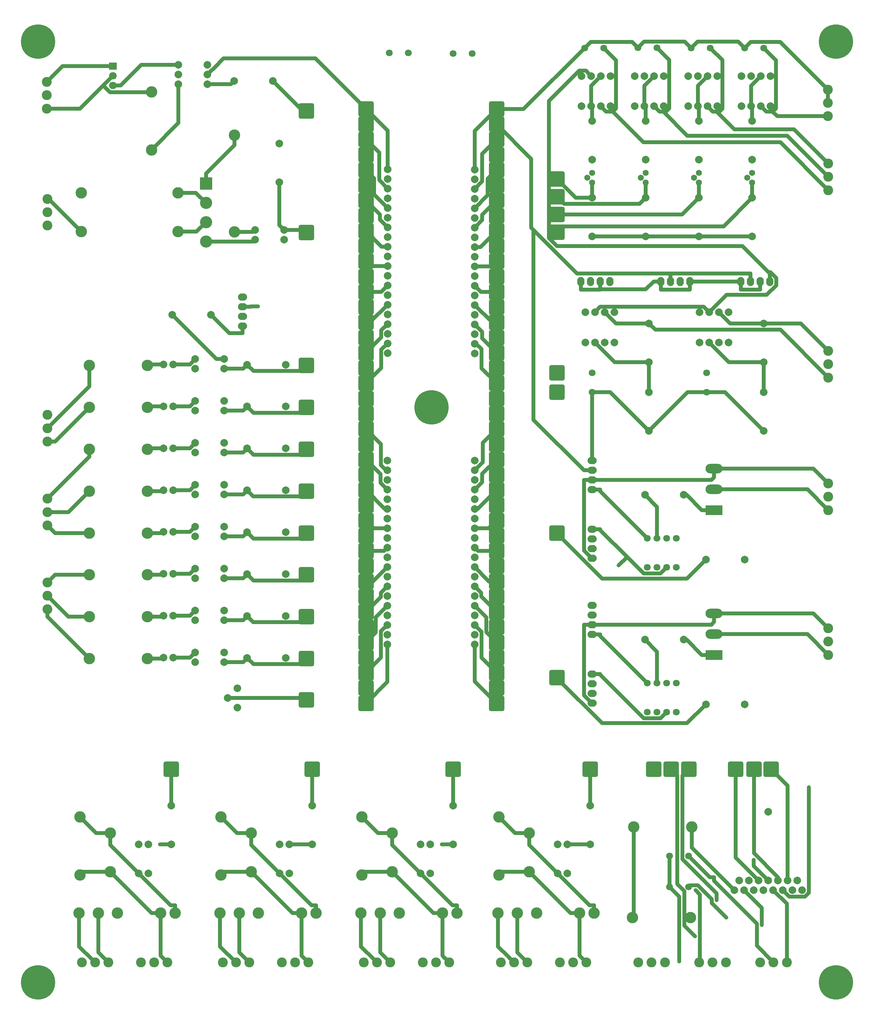
<source format=gbr>
%TF.GenerationSoftware,KiCad,Pcbnew,9.0.3*%
%TF.CreationDate,2025-10-21T23:12:43-06:00*%
%TF.ProjectId,PCB_HORNO,5043425f-484f-4524-9e4f-2e6b69636164,rev?*%
%TF.SameCoordinates,Original*%
%TF.FileFunction,Copper,L1,Top*%
%TF.FilePolarity,Positive*%
%FSLAX46Y46*%
G04 Gerber Fmt 4.6, Leading zero omitted, Abs format (unit mm)*
G04 Created by KiCad (PCBNEW 9.0.3) date 2025-10-21 23:12:43*
%MOMM*%
%LPD*%
G01*
G04 APERTURE LIST*
G04 Aperture macros list*
%AMRoundRect*
0 Rectangle with rounded corners*
0 $1 Rounding radius*
0 $2 $3 $4 $5 $6 $7 $8 $9 X,Y pos of 4 corners*
0 Add a 4 corners polygon primitive as box body*
4,1,4,$2,$3,$4,$5,$6,$7,$8,$9,$2,$3,0*
0 Add four circle primitives for the rounded corners*
1,1,$1+$1,$2,$3*
1,1,$1+$1,$4,$5*
1,1,$1+$1,$6,$7*
1,1,$1+$1,$8,$9*
0 Add four rect primitives between the rounded corners*
20,1,$1+$1,$2,$3,$4,$5,0*
20,1,$1+$1,$4,$5,$6,$7,0*
20,1,$1+$1,$6,$7,$8,$9,0*
20,1,$1+$1,$8,$9,$2,$3,0*%
G04 Aperture macros list end*
%TA.AperFunction,ComponentPad*%
%ADD10RoundRect,0.384616X1.615384X-1.615384X1.615384X1.615384X-1.615384X1.615384X-1.615384X-1.615384X0*%
%TD*%
%TA.AperFunction,ComponentPad*%
%ADD11C,2.000000*%
%TD*%
%TA.AperFunction,ComponentPad*%
%ADD12C,9.000000*%
%TD*%
%TA.AperFunction,ComponentPad*%
%ADD13C,2.600000*%
%TD*%
%TA.AperFunction,ComponentPad*%
%ADD14R,3.200000X3.200000*%
%TD*%
%TA.AperFunction,ComponentPad*%
%ADD15C,3.200000*%
%TD*%
%TA.AperFunction,ComponentPad*%
%ADD16RoundRect,0.384616X-1.615384X-1.615384X1.615384X-1.615384X1.615384X1.615384X-1.615384X1.615384X0*%
%TD*%
%TA.AperFunction,ComponentPad*%
%ADD17C,3.000000*%
%TD*%
%TA.AperFunction,ComponentPad*%
%ADD18C,1.800000*%
%TD*%
%TA.AperFunction,ComponentPad*%
%ADD19O,2.400000X1.900000*%
%TD*%
%TA.AperFunction,ComponentPad*%
%ADD20O,1.900000X2.400000*%
%TD*%
%TA.AperFunction,ComponentPad*%
%ADD21RoundRect,0.384616X1.615384X1.615384X-1.615384X1.615384X-1.615384X-1.615384X1.615384X-1.615384X0*%
%TD*%
%TA.AperFunction,ComponentPad*%
%ADD22R,4.500000X2.500000*%
%TD*%
%TA.AperFunction,ComponentPad*%
%ADD23O,4.500000X2.500000*%
%TD*%
%TA.AperFunction,ComponentPad*%
%ADD24R,2.000000X1.905000*%
%TD*%
%TA.AperFunction,ComponentPad*%
%ADD25O,2.000000X1.905000*%
%TD*%
%TA.AperFunction,ComponentPad*%
%ADD26C,1.600000*%
%TD*%
%TA.AperFunction,ViaPad*%
%ADD27C,0.800000*%
%TD*%
%TA.AperFunction,Conductor*%
%ADD28C,1.000000*%
%TD*%
G04 APERTURE END LIST*
D10*
%TO.P,PX62,1,Pin_1*%
%TO.N,Net-(PX62-Pin_1)*%
X237000000Y-212000000D03*
%TD*%
D11*
%TO.P,R12,1*%
%TO.N,Net-(PS5-+Vout)*%
X107900000Y-47740000D03*
%TO.P,R12,2*%
%TO.N,Net-(PX54-Pin_1)*%
X107900000Y-57900000D03*
%TD*%
%TO.P,U12,1,NULL*%
%TO.N,unconnected-(U12-NULL-Pad1)*%
X229190000Y-37970000D03*
%TO.P,U12,2,-*%
%TO.N,Net-(U12--)*%
X231730000Y-37970000D03*
%TO.P,U12,3,+*%
%TO.N,Net-(J0_6-Pin_1)*%
X234270000Y-37970000D03*
%TO.P,U12,4,V-*%
%TO.N,Net-(PS7--Vout)*%
X236810000Y-37970000D03*
%TO.P,U12,5,NULL*%
%TO.N,unconnected-(U12-NULL-Pad5)*%
X236810000Y-30030000D03*
%TO.P,U12,6*%
%TO.N,Net-(U12--)*%
X234270000Y-30030000D03*
%TO.P,U12,7,V+*%
%TO.N,Net-(PS6-+Vout)*%
X231730000Y-30030000D03*
%TO.P,U12,8,NC*%
%TO.N,unconnected-(U12-NC-Pad8)*%
X229190000Y-30030000D03*
%TD*%
D12*
%TO.P,H4,1*%
%TO.N,N/C*%
X44500000Y-268000000D03*
%TD*%
D11*
%TO.P,R22,1*%
%TO.N,Net-(J0_13-Pin_3)*%
X235000000Y-95000000D03*
%TO.P,R22,2*%
%TO.N,Net-(U17--)*%
X235000000Y-105160000D03*
%TD*%
D13*
%TO.P,J0_1,1,Pin_1*%
%TO.N,Net-(J0_1-Pin_1)*%
X47000000Y-119000000D03*
%TO.P,J0_1,2,Pin_2*%
%TO.N,Net-(J0_1-Pin_2)*%
X47000000Y-122500000D03*
%TO.P,J0_1,3,Pin_3*%
%TO.N,Net-(J0_1-Pin_3)*%
X47000000Y-126000000D03*
%TD*%
D14*
%TO.P,D10,1,+*%
%TO.N,Net-(D10-+)*%
X88600000Y-58260000D03*
D15*
%TO.P,D10,2*%
%TO.N,Net-(D10-Pad2)*%
X88600000Y-63340000D03*
%TO.P,D10,3*%
%TO.N,Net-(D10-Pad3)*%
X88600000Y-68420000D03*
%TO.P,D10,4,-*%
%TO.N,Net-(D10--)*%
X88600000Y-73500000D03*
%TD*%
D13*
%TO.P,J0_5,1,Pin_1*%
%TO.N,Net-(J0_5-Pin_1)*%
X252000000Y-60000000D03*
%TO.P,J0_5,2,Pin_2*%
%TO.N,Net-(J0_5-Pin_2)*%
X252000000Y-56500000D03*
%TO.P,J0_5,3,Pin_3*%
%TO.N,Net-(J0_5-Pin_3)*%
X252000000Y-53000000D03*
%TD*%
D16*
%TO.P,PX48,1,Pin_1*%
%TO.N,Net-(PX48-Pin_1)*%
X115000000Y-128000000D03*
%TD*%
D17*
%TO.P,D12,1,K*%
%TO.N,Net-(D12-K)*%
X137500000Y-228767500D03*
%TO.P,D12,2,A*%
%TO.N,Net-(D12-A)*%
X137500000Y-238927500D03*
%TD*%
D10*
%TO.P,PX69,1,Pin_1*%
%TO.N,Net-(PX69-Pin_1)*%
X79500000Y-212000000D03*
%TD*%
D16*
%TO.P,P18,1,Pin_1*%
%TO.N,Net-(J1-Pin_12)*%
X130600000Y-82700000D03*
%TD*%
%TO.P,P22,1,Pin_1*%
%TO.N,Net-(J1-Pin_9)*%
X130600000Y-70700000D03*
%TD*%
D17*
%TO.P,R40,1*%
%TO.N,Net-(GND1-Pin_1)*%
X200560000Y-251000000D03*
%TO.P,R40,2*%
%TO.N,Net-(U20-SENSE_B)*%
X215800000Y-251000000D03*
%TD*%
D11*
%TO.P,R15,1*%
%TO.N,Net-(Q2-B)*%
X204000000Y-52000000D03*
%TO.P,R15,2*%
%TO.N,Net-(U10--)*%
X204000000Y-41840000D03*
%TD*%
%TO.P,U20,*%
%TO.N,*%
X236220000Y-223200000D03*
%TO.P,U20,1,SENSE_A*%
%TO.N,Net-(U20-SENSE_A)*%
X227330000Y-243740000D03*
%TO.P,U20,2,OUT1*%
%TO.N,Net-(J0_9-Pin_3)*%
X228600000Y-241200000D03*
%TO.P,U20,3,OUT2*%
%TO.N,Net-(J0_9-Pin_1)*%
X229870000Y-243740000D03*
%TO.P,U20,4,Vs*%
%TO.N,Net-(J0_16-Pin_2)*%
X231140000Y-241200000D03*
%TO.P,U20,5,IN1*%
%TO.N,Net-(PX113-Pin_1)*%
X232410000Y-243740000D03*
%TO.P,U20,6,EnA*%
%TO.N,Net-(PX55-Pin_1)*%
X233680000Y-241200000D03*
%TO.P,U20,7,IN2*%
%TO.N,Net-(PX112-Pin_1)*%
X234950000Y-243740000D03*
%TO.P,U20,8,GND*%
%TO.N,Net-(GND1-Pin_1)*%
X236220000Y-241200000D03*
%TO.P,U20,9,Vss*%
%TO.N,Net-(J0_16-Pin_3)*%
X237490000Y-243740000D03*
%TO.P,U20,10,IN3*%
%TO.N,Net-(PX111-Pin_1)*%
X238760000Y-241200000D03*
%TO.P,U20,11,EnB*%
%TO.N,Net-(PX45-Pin_1)*%
X240030000Y-243740000D03*
%TO.P,U20,12,IN4*%
%TO.N,Net-(PX62-Pin_1)*%
X241300000Y-241200000D03*
%TO.P,U20,13,OUT3*%
%TO.N,Net-(J0_10-Pin_3)*%
X242570000Y-243740000D03*
%TO.P,U20,14,OUT4*%
%TO.N,Net-(J0_10-Pin_1)*%
X243840000Y-241200000D03*
%TO.P,U20,15,SENSE_B*%
%TO.N,Net-(U20-SENSE_B)*%
X245110000Y-243740000D03*
%TD*%
%TO.P,U8,1*%
%TO.N,Net-(D8-K)*%
X85795000Y-181325000D03*
%TO.P,U8,2*%
%TO.N,Net-(J0_1-Pin_1)*%
X85795000Y-183865000D03*
%TO.P,U8,3*%
%TO.N,Net-(PX53-Pin_1)*%
X93415000Y-183865000D03*
%TO.P,U8,4*%
%TO.N,Net-(R49-Pad2)*%
X93415000Y-181325000D03*
%TD*%
%TO.P,R7,1*%
%TO.N,Net-(PX52-Pin_1)*%
X99420000Y-171800000D03*
%TO.P,R7,2*%
%TO.N,Net-(GND1-Pin_1)*%
X109580000Y-171800000D03*
%TD*%
D17*
%TO.P,R13,1*%
%TO.N,Net-(R13-Pad1)*%
X74295000Y-49440000D03*
%TO.P,R13,2*%
%TO.N,Net-(J0_7-Pin_3)*%
X74295000Y-34200000D03*
%TD*%
D10*
%TO.P,PX45,1,Pin_1*%
%TO.N,Net-(PX45-Pin_1)*%
X206120000Y-212000000D03*
%TD*%
D17*
%TO.P,R28,1*%
%TO.N,Net-(J0_1-Pin_2)*%
X58000000Y-106000000D03*
%TO.P,R28,2*%
%TO.N,Net-(D1-A)*%
X73240000Y-106000000D03*
%TD*%
%TO.P,R33,1*%
%TO.N,Net-(J0_3-Pin_1)*%
X58000000Y-161000000D03*
%TO.P,R33,2*%
%TO.N,Net-(D6-A)*%
X73240000Y-161000000D03*
%TD*%
D10*
%TO.P,PX72,1,Pin_1*%
%TO.N,Net-(PX72-Pin_1)*%
X189500000Y-212000000D03*
%TD*%
D18*
%TO.P,C3,1*%
%TO.N,Net-(J0_6-Pin_1)*%
X235000000Y-22677500D03*
%TO.P,C3,2*%
%TO.N,Net-(GND1-Pin_1)*%
X230000000Y-22677500D03*
%TD*%
D16*
%TO.P,PX33,1,Pin_1*%
%TO.N,Net-(J3-Pin_11)*%
X164900000Y-154700000D03*
%TD*%
%TO.P,P34,1,Pin_1*%
%TO.N,Net-(J4-Pin_13)*%
X164900000Y-66700000D03*
%TD*%
D11*
%TO.P,D7,1,K*%
%TO.N,Net-(D7-K)*%
X80000000Y-171740000D03*
%TO.P,D7,2,A*%
%TO.N,Net-(D7-A)*%
X77460000Y-171740000D03*
%TD*%
D16*
%TO.P,PX50,1,Pin_1*%
%TO.N,Net-(PX50-Pin_1)*%
X115000000Y-150000000D03*
%TD*%
D13*
%TO.P,J0_3,1,Pin_1*%
%TO.N,Net-(J0_3-Pin_1)*%
X47000000Y-163000000D03*
%TO.P,J0_3,2,Pin_2*%
%TO.N,Net-(J0_3-Pin_2)*%
X47000000Y-166500000D03*
%TO.P,J0_3,3,Pin_3*%
%TO.N,Net-(J0_3-Pin_3)*%
X47000000Y-170000000D03*
%TD*%
D16*
%TO.P,P26,1,Pin_1*%
%TO.N,Net-(J4-Pin_8)*%
X164900000Y-86700000D03*
%TD*%
D19*
%TO.P,PS1,1,-Vin*%
%TO.N,Net-(GND1-Pin_1)*%
X190000000Y-169000000D03*
%TO.P,PS1,2,+Vin*%
%TO.N,Net-(5Vb1-Pin_1)*%
X190000000Y-171540000D03*
%TO.P,PS1,3,-Vout*%
%TO.N,Net-(J0_18-Pin_3)*%
X190000000Y-174080000D03*
%TO.P,PS1,4,+Vout*%
%TO.N,Net-(PS1-+Vout)*%
X190000000Y-176620000D03*
%TD*%
D16*
%TO.P,3V3a1,1,Pin_1*%
%TO.N,Net-(3V3a1-Pin_1)*%
X130600000Y-46700000D03*
%TD*%
%TO.P,P0,1,Pin_1*%
%TO.N,Net-(J1-Pin_8)*%
X130600000Y-66700000D03*
%TD*%
%TO.P,PX12,1,Pin_1*%
%TO.N,Net-(J2-Pin_10)*%
X130600000Y-154700000D03*
%TD*%
D11*
%TO.P,D6,1,K*%
%TO.N,Net-(D6-K)*%
X80000000Y-160740000D03*
%TO.P,D6,2,A*%
%TO.N,Net-(D6-A)*%
X77460000Y-160740000D03*
%TD*%
D16*
%TO.P,PX27,1,Pin_1*%
%TO.N,Net-(J3-Pin_5)*%
X164900000Y-178700000D03*
%TD*%
D11*
%TO.P,J2,1,Pin_1*%
%TO.N,Net-(J2-Pin_1)*%
X136200000Y-130980000D03*
%TO.P,J2,2,Pin_2*%
%TO.N,Net-(J2-Pin_2)*%
X136200000Y-133520000D03*
%TO.P,J2,3,Pin_3*%
%TO.N,Net-(J2-Pin_3)*%
X136200000Y-136060000D03*
%TO.P,J2,4,Pin_4*%
%TO.N,Net-(J2-Pin_4)*%
X136200000Y-138600000D03*
%TO.P,J2,5,Pin_5*%
%TO.N,Net-(J2-Pin_5)*%
X136200000Y-141140000D03*
%TO.P,J2,6,Pin_6*%
%TO.N,Net-(J2-Pin_6)*%
X136200000Y-143680000D03*
%TO.P,J2,7,Pin_7*%
%TO.N,Net-(J2-Pin_7)*%
X136200000Y-146220000D03*
%TO.P,J2,8,Pin_8*%
%TO.N,Net-(J2-Pin_8)*%
X136200000Y-148760000D03*
%TO.P,J2,9,Pin_9*%
%TO.N,Net-(J2-Pin_9)*%
X136200000Y-151300000D03*
%TO.P,J2,10,Pin_10*%
%TO.N,Net-(J2-Pin_10)*%
X136200000Y-153840000D03*
%TO.P,J2,11,Pin_11*%
%TO.N,Net-(J2-Pin_11)*%
X136200000Y-156380000D03*
%TO.P,J2,12,Pin_12*%
%TO.N,Net-(J2-Pin_12)*%
X136200000Y-158920000D03*
%TO.P,J2,13,Pin_13*%
%TO.N,Net-(J2-Pin_13)*%
X136200000Y-161460000D03*
%TO.P,J2,14,Pin_14*%
%TO.N,Net-(J2-Pin_14)*%
X136200000Y-164000000D03*
%TO.P,J2,15,Pin_15*%
%TO.N,Net-(J2-Pin_15)*%
X136200000Y-166540000D03*
%TO.P,J2,16,Pin_16*%
%TO.N,Net-(J2-Pin_16)*%
X136200000Y-169080000D03*
%TO.P,J2,17,Pin_17*%
%TO.N,Net-(J2-Pin_17)*%
X136200000Y-171620000D03*
%TO.P,J2,18,Pin_18*%
%TO.N,Net-(J2-Pin_18)*%
X136200000Y-174160000D03*
%TO.P,J2,19,Pin_19*%
%TO.N,Net-(J2-Pin_19)*%
X136200000Y-176700000D03*
%TO.P,J2,20,Pin_20*%
%TO.N,Net-(J2-Pin_20)*%
X136200000Y-179240000D03*
%TD*%
%TO.P,R16,1*%
%TO.N,Net-(Q3-B)*%
X218000000Y-52000000D03*
%TO.P,R16,2*%
%TO.N,Net-(U11--)*%
X218000000Y-41840000D03*
%TD*%
D16*
%TO.P,PX26,1,Pin_1*%
%TO.N,Net-(J3-Pin_4)*%
X164900000Y-182700000D03*
%TD*%
%TO.P,PX39,1,Pin_1*%
%TO.N,Net-(J3-Pin_17)*%
X164900000Y-130700000D03*
%TD*%
D11*
%TO.P,R49,1*%
%TO.N,Net-(PS5-+Vout)*%
X89945000Y-92735000D03*
%TO.P,R49,2*%
%TO.N,Net-(R49-Pad2)*%
X79785000Y-92735000D03*
%TD*%
D16*
%TO.P,P5,1,Pin_1*%
%TO.N,Net-(J1-Pin_13)*%
X130600000Y-86700000D03*
%TD*%
D20*
%TO.P,PS6,1,-Vin*%
%TO.N,Net-(GND1-Pin_1)*%
X229000000Y-84000000D03*
%TO.P,PS6,2,+Vin*%
%TO.N,Net-(5Vb1-Pin_1)*%
X231540000Y-84000000D03*
%TO.P,PS6,3,-Vout*%
%TO.N,Net-(GND1-Pin_1)*%
X234080000Y-84000000D03*
%TO.P,PS6,4,+Vout*%
%TO.N,Net-(PS6-+Vout)*%
X236620000Y-84000000D03*
%TD*%
D21*
%TO.P,PX124,1,Pin_1*%
%TO.N,Net-(PX124-Pin_1)*%
X180760000Y-57100000D03*
%TD*%
D11*
%TO.P,U14,1*%
%TO.N,Net-(R11-Pad2)*%
X101495000Y-70425000D03*
%TO.P,U14,2*%
%TO.N,Net-(D10--)*%
X101495000Y-72965000D03*
%TO.P,U14,3*%
%TO.N,Net-(GND1-Pin_1)*%
X109115000Y-72965000D03*
%TO.P,U14,4*%
%TO.N,Net-(PX54-Pin_1)*%
X109115000Y-70425000D03*
%TD*%
%TO.P,D2,1,K*%
%TO.N,Net-(D2-K)*%
X80000000Y-116740000D03*
%TO.P,D2,2,A*%
%TO.N,Net-(D2-A)*%
X77460000Y-116740000D03*
%TD*%
%TO.P,U11,1,NULL*%
%TO.N,unconnected-(U11-NULL-Pad1)*%
X215190000Y-37970000D03*
%TO.P,U11,2,-*%
%TO.N,Net-(U11--)*%
X217730000Y-37970000D03*
%TO.P,U11,3,+*%
%TO.N,Net-(J0_5-Pin_3)*%
X220270000Y-37970000D03*
%TO.P,U11,4,V-*%
%TO.N,Net-(PS7--Vout)*%
X222810000Y-37970000D03*
%TO.P,U11,5,NULL*%
%TO.N,unconnected-(U11-NULL-Pad5)*%
X222810000Y-30030000D03*
%TO.P,U11,6*%
%TO.N,Net-(U11--)*%
X220270000Y-30030000D03*
%TO.P,U11,7,V+*%
%TO.N,Net-(PS6-+Vout)*%
X217730000Y-30030000D03*
%TO.P,U11,8,NC*%
%TO.N,unconnected-(U11-NC-Pad8)*%
X215190000Y-30030000D03*
%TD*%
D18*
%TO.P,C8,1*%
%TO.N,Net-(PX118-Pin_1)*%
X220000000Y-108000000D03*
%TO.P,C8,2*%
%TO.N,Net-(GND1-Pin_1)*%
X220000000Y-113000000D03*
%TD*%
D10*
%TO.P,PX67,1,Pin_1*%
%TO.N,Net-(PX67-Pin_1)*%
X153500000Y-212000000D03*
%TD*%
D11*
%TO.P,U1,1*%
%TO.N,Net-(D1-K)*%
X85795000Y-104325000D03*
%TO.P,U1,2*%
%TO.N,Net-(J0_1-Pin_1)*%
X85795000Y-106865000D03*
%TO.P,U1,3*%
%TO.N,Net-(PX46-Pin_1)*%
X93415000Y-106865000D03*
%TO.P,U1,4*%
%TO.N,Net-(R49-Pad2)*%
X93415000Y-104325000D03*
%TD*%
D22*
%TO.P,Q7,1,G*%
%TO.N,Net-(Q7-G)*%
X222000000Y-144000000D03*
D23*
%TO.P,Q7,2,C*%
%TO.N,Net-(J0_14-Pin_1)*%
X222000000Y-138550000D03*
%TO.P,Q7,3,E*%
%TO.N,Net-(J0_14-Pin_3)*%
X222000000Y-133100000D03*
%TD*%
D16*
%TO.P,PX3,1,Pin_1*%
%TO.N,Net-(J2-Pin_1)*%
X130600000Y-118700000D03*
%TD*%
D11*
%TO.P,U4,1*%
%TO.N,Net-(D4-K)*%
X85795000Y-137325000D03*
%TO.P,U4,2*%
%TO.N,Net-(J0_1-Pin_1)*%
X85795000Y-139865000D03*
%TO.P,U4,3*%
%TO.N,Net-(PX49-Pin_1)*%
X93415000Y-139865000D03*
%TO.P,U4,4*%
%TO.N,Net-(R49-Pad2)*%
X93415000Y-137325000D03*
%TD*%
%TO.P,U9,1,NULL*%
%TO.N,unconnected-(U9-NULL-Pad1)*%
X187187500Y-37970000D03*
%TO.P,U9,2,-*%
%TO.N,Net-(U9--)*%
X189727500Y-37970000D03*
%TO.P,U9,3,+*%
%TO.N,Net-(J0_5-Pin_1)*%
X192267500Y-37970000D03*
%TO.P,U9,4,V-*%
%TO.N,Net-(PS7--Vout)*%
X194807500Y-37970000D03*
%TO.P,U9,5,NULL*%
%TO.N,unconnected-(U9-NULL-Pad5)*%
X194807500Y-30030000D03*
%TO.P,U9,6*%
%TO.N,Net-(U9--)*%
X192267500Y-30030000D03*
%TO.P,U9,7,V+*%
%TO.N,Net-(PS6-+Vout)*%
X189727500Y-30030000D03*
%TO.P,U9,8,NC*%
%TO.N,unconnected-(U9-NC-Pad8)*%
X187187500Y-30030000D03*
%TD*%
D17*
%TO.P,R31,1*%
%TO.N,Net-(J0_2-Pin_2)*%
X58000000Y-139000000D03*
%TO.P,R31,2*%
%TO.N,Net-(D4-A)*%
X73240000Y-139000000D03*
%TD*%
D16*
%TO.P,PX49,1,Pin_1*%
%TO.N,Net-(PX49-Pin_1)*%
X115000000Y-139000000D03*
%TD*%
D17*
%TO.P,R39,1*%
%TO.N,Net-(GND1-Pin_1)*%
X200900000Y-227200000D03*
%TO.P,R39,2*%
%TO.N,Net-(U20-SENSE_A)*%
X216140000Y-227200000D03*
%TD*%
%TO.P,R45,1*%
%TO.N,Net-(D12-A)*%
X129500000Y-239767500D03*
%TO.P,R45,2*%
%TO.N,Net-(D12-K)*%
X129500000Y-224527500D03*
%TD*%
D16*
%TO.P,PX29,1,Pin_1*%
%TO.N,Net-(J3-Pin_7)*%
X164900000Y-170700000D03*
%TD*%
D18*
%TO.P,U19,1,NC*%
%TO.N,unconnected-(U19-NC-Pad1)*%
X204500000Y-159000000D03*
%TO.P,U19,2,A*%
%TO.N,Net-(U19-A)*%
X207040000Y-159000000D03*
%TO.P,U19,3,C*%
%TO.N,Net-(GND1-Pin_1)*%
X209580000Y-159000000D03*
%TO.P,U19,4,NC*%
%TO.N,unconnected-(U19-NC-Pad4)*%
X212120000Y-159000000D03*
%TO.P,U19,5,VEE*%
%TO.N,Net-(PS3--Vout)*%
X212120000Y-151380000D03*
%TO.P,U19,6,VO*%
%TO.N,unconnected-(U19-VO-Pad6)*%
X209580000Y-151380000D03*
%TO.P,U19,7,VO*%
%TO.N,Net-(R25-Pad2)*%
X207040000Y-151380000D03*
%TO.P,U19,8,VCC*%
%TO.N,Net-(PS4-+Vout)*%
X204500000Y-151380000D03*
%TD*%
D17*
%TO.P,R10,1*%
%TO.N,Net-(J0_8-Pin_3)*%
X55900000Y-60700000D03*
%TO.P,R10,2*%
%TO.N,Net-(D10-Pad2)*%
X81300000Y-60700000D03*
%TD*%
%TO.P,R43,1*%
%TO.N,Net-(D11-A)*%
X92500000Y-239767500D03*
%TO.P,R43,2*%
%TO.N,Net-(D11-K)*%
X92500000Y-224527500D03*
%TD*%
D24*
%TO.P,Q5,1,A1*%
%TO.N,Net-(J0_7-Pin_1)*%
X64180000Y-27420000D03*
D25*
%TO.P,Q5,2,A2*%
%TO.N,Net-(J0_7-Pin_3)*%
X64180000Y-29960000D03*
%TO.P,Q5,3,G*%
%TO.N,Net-(Q5-G)*%
X64180000Y-32500000D03*
%TD*%
D16*
%TO.P,PX28,1,Pin_1*%
%TO.N,Net-(J3-Pin_6)*%
X164900000Y-174700000D03*
%TD*%
D13*
%TO.P,J0_13,1,Pin_1*%
%TO.N,Net-(J0_13-Pin_1)*%
X252000000Y-109200000D03*
%TO.P,J0_13,2,Pin_2*%
%TO.N,Net-(GND1-Pin_1)*%
X252000000Y-105700000D03*
%TO.P,J0_13,3,Pin_3*%
%TO.N,Net-(J0_13-Pin_3)*%
X252000000Y-102200000D03*
%TD*%
%TO.P,J0_25,1,Pin_1*%
%TO.N,Net-(J0_25-Pin_1)*%
X166000000Y-262767500D03*
%TO.P,J0_25,2,Pin_2*%
%TO.N,Net-(J0_25-Pin_2)*%
X169500000Y-262767500D03*
%TO.P,J0_25,3,Pin_3*%
%TO.N,Net-(J0_25-Pin_3)*%
X173000000Y-262767500D03*
%TD*%
D16*
%TO.P,P17,1,Pin_1*%
%TO.N,Net-(J1-Pin_17)*%
X130600000Y-102700000D03*
%TD*%
D11*
%TO.P,D8,1,K*%
%TO.N,Net-(D8-K)*%
X80000000Y-182740000D03*
%TO.P,D8,2,A*%
%TO.N,Net-(D8-A)*%
X77460000Y-182740000D03*
%TD*%
%TO.P,J3,1,Pin_1*%
%TO.N,Net-(J3-Pin_1)*%
X159160000Y-179260000D03*
%TO.P,J3,2,Pin_2*%
%TO.N,Net-(J3-Pin_2)*%
X159160000Y-176720000D03*
%TO.P,J3,3,Pin_3*%
%TO.N,Net-(J3-Pin_3)*%
X159160000Y-174180000D03*
%TO.P,J3,4,Pin_4*%
%TO.N,Net-(J3-Pin_4)*%
X159160000Y-171640000D03*
%TO.P,J3,5,Pin_5*%
%TO.N,Net-(J3-Pin_5)*%
X159160000Y-169100000D03*
%TO.P,J3,6,Pin_6*%
%TO.N,Net-(J3-Pin_6)*%
X159160000Y-166560000D03*
%TO.P,J3,7,Pin_7*%
%TO.N,Net-(J3-Pin_7)*%
X159160000Y-164020000D03*
%TO.P,J3,8,Pin_8*%
%TO.N,Net-(J3-Pin_8)*%
X159160000Y-161480000D03*
%TO.P,J3,9,Pin_9*%
%TO.N,Net-(J3-Pin_9)*%
X159160000Y-158940000D03*
%TO.P,J3,10,Pin_10*%
%TO.N,Net-(J3-Pin_10)*%
X159160000Y-156400000D03*
%TO.P,J3,11,Pin_11*%
%TO.N,Net-(J3-Pin_11)*%
X159160000Y-153860000D03*
%TO.P,J3,12,Pin_12*%
%TO.N,Net-(J3-Pin_12)*%
X159160000Y-151320000D03*
%TO.P,J3,13,Pin_13*%
%TO.N,Net-(J3-Pin_13)*%
X159160000Y-148780000D03*
%TO.P,J3,14,Pin_14*%
%TO.N,Net-(J3-Pin_14)*%
X159160000Y-146240000D03*
%TO.P,J3,15,Pin_15*%
%TO.N,Net-(J3-Pin_15)*%
X159160000Y-143700000D03*
%TO.P,J3,16,Pin_16*%
%TO.N,Net-(J3-Pin_16)*%
X159160000Y-141160000D03*
%TO.P,J3,17,Pin_17*%
%TO.N,Net-(J3-Pin_17)*%
X159160000Y-138620000D03*
%TO.P,J3,18,Pin_18*%
%TO.N,Net-(J3-Pin_18)*%
X159160000Y-136080000D03*
%TO.P,J3,19,Pin_19*%
%TO.N,Net-(J3-Pin_19)*%
X159160000Y-133540000D03*
%TO.P,J3,20,Pin_20*%
%TO.N,Net-(J3-Pin_20)*%
X159160000Y-131000000D03*
%TD*%
D17*
%TO.P,R11,1*%
%TO.N,Net-(D10-+)*%
X96100000Y-45600000D03*
%TO.P,R11,2*%
%TO.N,Net-(R11-Pad2)*%
X96100000Y-71000000D03*
%TD*%
D11*
%TO.P,J1,1,Pin_1*%
%TO.N,Net-(GND1-Pin_1)*%
X136300000Y-54500000D03*
%TO.P,J1,2,Pin_2*%
%TO.N,Net-(5Va1-Pin_1)*%
X136300000Y-57040000D03*
%TO.P,J1,3,Pin_3*%
%TO.N,Net-(3V3a1-Pin_1)*%
X136300000Y-59580000D03*
%TO.P,J1,4,Pin_4*%
%TO.N,Net-(GND2-Pin_1)*%
X136300000Y-62120000D03*
%TO.P,J1,5,Pin_5*%
%TO.N,Net-(J1-Pin_5)*%
X136300000Y-64660000D03*
%TO.P,J1,6,Pin_6*%
%TO.N,Net-(J1-Pin_6)*%
X136300000Y-67200000D03*
%TO.P,J1,7,Pin_7*%
%TO.N,Net-(J1-Pin_7)*%
X136300000Y-69740000D03*
%TO.P,J1,8,Pin_8*%
%TO.N,Net-(J1-Pin_8)*%
X136300000Y-72280000D03*
%TO.P,J1,9,Pin_9*%
%TO.N,Net-(J1-Pin_9)*%
X136300000Y-74820000D03*
%TO.P,J1,10,Pin_10*%
%TO.N,Net-(J1-Pin_10)*%
X136300000Y-77360000D03*
%TO.P,J1,11,Pin_11*%
%TO.N,Net-(J1-Pin_11)*%
X136300000Y-79900000D03*
%TO.P,J1,12,Pin_12*%
%TO.N,Net-(J1-Pin_12)*%
X136300000Y-82440000D03*
%TO.P,J1,13,Pin_13*%
%TO.N,Net-(J1-Pin_13)*%
X136300000Y-84980000D03*
%TO.P,J1,14,Pin_14*%
%TO.N,Net-(J1-Pin_14)*%
X136300000Y-87520000D03*
%TO.P,J1,15,Pin_15*%
%TO.N,Net-(J1-Pin_15)*%
X136300000Y-90060000D03*
%TO.P,J1,16,Pin_16*%
%TO.N,Net-(J1-Pin_16)*%
X136300000Y-92600000D03*
%TO.P,J1,17,Pin_17*%
%TO.N,Net-(J1-Pin_17)*%
X136300000Y-95140000D03*
%TO.P,J1,18,Pin_18*%
%TO.N,Net-(J1-Pin_18)*%
X136300000Y-97680000D03*
%TO.P,J1,19,Pin_19*%
%TO.N,Net-(J1-Pin_19)*%
X136300000Y-100220000D03*
%TO.P,J1,20,Pin_20*%
%TO.N,Net-(J1-Pin_20)*%
X136300000Y-102760000D03*
%TD*%
%TO.P,R38,1*%
%TO.N,Net-(PX124-Pin_1)*%
X190000000Y-62000000D03*
%TO.P,R38,2*%
%TO.N,Net-(GND1-Pin_1)*%
X190000000Y-72160000D03*
%TD*%
D16*
%TO.P,GND3,1,Pin_1*%
%TO.N,Net-(GND1-Pin_1)*%
X164900000Y-38700000D03*
%TD*%
%TO.P,PX25,1,Pin_1*%
%TO.N,Net-(J3-Pin_3)*%
X164900000Y-186700000D03*
%TD*%
%TO.P,P32,1,Pin_1*%
%TO.N,Net-(J4-Pin_11)*%
X164900000Y-74700000D03*
%TD*%
D11*
%TO.P,R1,1*%
%TO.N,Net-(PX46-Pin_1)*%
X99420000Y-105800000D03*
%TO.P,R1,2*%
%TO.N,Net-(GND1-Pin_1)*%
X109580000Y-105800000D03*
%TD*%
D16*
%TO.P,PX38,1,Pin_1*%
%TO.N,Net-(J3-Pin_16)*%
X164900000Y-134700000D03*
%TD*%
D11*
%TO.P,R41,1*%
%TO.N,Net-(R41-Pad1)*%
X79500000Y-231767500D03*
%TO.P,R41,2*%
%TO.N,Net-(PX69-Pin_1)*%
X79500000Y-221607500D03*
%TD*%
D16*
%TO.P,PX5,1,Pin_1*%
%TO.N,Net-(J2-Pin_3)*%
X130600000Y-126700000D03*
%TD*%
%TO.P,P21,1,Pin_1*%
%TO.N,Net-(J4-Pin_3)*%
X164900000Y-106700000D03*
%TD*%
D11*
%TO.P,R36,1*%
%TO.N,Net-(PX122-Pin_1)*%
X218000000Y-62000000D03*
%TO.P,R36,2*%
%TO.N,Net-(GND1-Pin_1)*%
X218000000Y-72160000D03*
%TD*%
D19*
%TO.P,PS4,1,-Vin*%
%TO.N,Net-(GND1-Pin_1)*%
X190000000Y-131000000D03*
%TO.P,PS4,2,+Vin*%
%TO.N,Net-(5Vb1-Pin_1)*%
X190000000Y-133540000D03*
%TO.P,PS4,3,-Vout*%
%TO.N,Net-(J0_14-Pin_3)*%
X190000000Y-136080000D03*
%TO.P,PS4,4,+Vout*%
%TO.N,Net-(PS4-+Vout)*%
X190000000Y-138620000D03*
%TD*%
D11*
%TO.P,R26,1*%
%TO.N,Net-(U19-A)*%
X230000000Y-157000000D03*
%TO.P,R26,2*%
%TO.N,Net-(PX80-Pin_1)*%
X219840000Y-157000000D03*
%TD*%
D16*
%TO.P,P38,1,Pin_1*%
%TO.N,Net-(J4-Pin_15)*%
X164900000Y-58700000D03*
%TD*%
%TO.P,PX17,1,Pin_1*%
%TO.N,Net-(J2-Pin_15)*%
X130600000Y-174700000D03*
%TD*%
D13*
%TO.P,J0_20,1,Pin_1*%
%TO.N,Net-(J0_20-Pin_1)*%
X71500000Y-262767500D03*
%TO.P,J0_20,2,Pin_2*%
%TO.N,unconnected-(J0_20-Pin_2-Pad2)*%
X75000000Y-262767500D03*
%TO.P,J0_20,3,Pin_3*%
%TO.N,Net-(D9-A)*%
X78500000Y-262767500D03*
%TD*%
D16*
%TO.P,PX37,1,Pin_1*%
%TO.N,Net-(J3-Pin_15)*%
X164900000Y-138700000D03*
%TD*%
D18*
%TO.P,C6,1*%
%TO.N,Net-(J0_5-Pin_1)*%
X193000000Y-22677500D03*
%TO.P,C6,2*%
%TO.N,Net-(GND1-Pin_1)*%
X188000000Y-22677500D03*
%TD*%
D16*
%TO.P,PX51,1,Pin_1*%
%TO.N,Net-(PX51-Pin_1)*%
X115000000Y-161000000D03*
%TD*%
D21*
%TO.P,PX80,1,Pin_1*%
%TO.N,Net-(PX80-Pin_1)*%
X180760000Y-150000000D03*
%TD*%
D16*
%TO.P,P12,1,Pin_1*%
%TO.N,Net-(J4-Pin_5)*%
X164900000Y-98700000D03*
%TD*%
D26*
%TO.P,Q1,1,E*%
%TO.N,Net-(PX124-Pin_1)*%
X190000000Y-58000000D03*
%TO.P,Q1,2,B*%
%TO.N,Net-(Q1-B)*%
X188730000Y-56730000D03*
%TO.P,Q1,3,C*%
%TO.N,Net-(PS8-+Vout)*%
X190000000Y-55460000D03*
%TD*%
D16*
%TO.P,PX7,1,Pin_1*%
%TO.N,Net-(J2-Pin_5)*%
X130600000Y-134700000D03*
%TD*%
%TO.P,TX1,1,Pin_1*%
%TO.N,Net-(J1-Pin_6)*%
X130600000Y-58700000D03*
%TD*%
D17*
%TO.P,R29,1*%
%TO.N,Net-(J0_1-Pin_3)*%
X58000000Y-117000000D03*
%TO.P,R29,2*%
%TO.N,Net-(D2-A)*%
X73240000Y-117000000D03*
%TD*%
D11*
%TO.P,R5,1*%
%TO.N,Net-(PX50-Pin_1)*%
X99420000Y-149800000D03*
%TO.P,R5,2*%
%TO.N,Net-(GND1-Pin_1)*%
X109580000Y-149800000D03*
%TD*%
D17*
%TO.P,R42,1*%
%TO.N,Net-(D9-A)*%
X55500000Y-239767500D03*
%TO.P,R42,2*%
%TO.N,Net-(D9-K)*%
X55500000Y-224527500D03*
%TD*%
D18*
%TO.P,C1,1*%
%TO.N,Net-(3V3a1-Pin_1)*%
X141700000Y-24000000D03*
%TO.P,C1,2*%
%TO.N,Net-(GND1-Pin_1)*%
X136700000Y-24000000D03*
%TD*%
D16*
%TO.P,PX47,1,Pin_1*%
%TO.N,Net-(PX47-Pin_1)*%
X115000000Y-117000000D03*
%TD*%
D12*
%TO.P,H3,1*%
%TO.N,N/C*%
X254000000Y-268000000D03*
%TD*%
D17*
%TO.P,R47,1*%
%TO.N,Net-(D13-A)*%
X165500000Y-239767500D03*
%TO.P,R47,2*%
%TO.N,Net-(D13-K)*%
X165500000Y-224527500D03*
%TD*%
D16*
%TO.P,RX1,1,Pin_1*%
%TO.N,Net-(J1-Pin_5)*%
X130600000Y-54700000D03*
%TD*%
D11*
%TO.P,U18,1,NULL*%
%TO.N,unconnected-(U18-NULL-Pad1)*%
X188190000Y-99970000D03*
%TO.P,U18,2,-*%
%TO.N,Net-(U18--)*%
X190730000Y-99970000D03*
%TO.P,U18,3,+*%
%TO.N,Net-(PX119-Pin_1)*%
X193270000Y-99970000D03*
%TO.P,U18,4,V-*%
%TO.N,Net-(PS7--Vout)*%
X195810000Y-99970000D03*
%TO.P,U18,5,NULL*%
%TO.N,unconnected-(U18-NULL-Pad5)*%
X195810000Y-92030000D03*
%TO.P,U18,6*%
%TO.N,Net-(J0_13-Pin_1)*%
X193270000Y-92030000D03*
%TO.P,U18,7,V+*%
%TO.N,Net-(PS6-+Vout)*%
X190730000Y-92030000D03*
%TO.P,U18,8,NC*%
%TO.N,unconnected-(U18-NC-Pad8)*%
X188190000Y-92030000D03*
%TD*%
%TO.P,U5,1*%
%TO.N,Net-(D5-K)*%
X85795000Y-148325000D03*
%TO.P,U5,2*%
%TO.N,Net-(J0_1-Pin_1)*%
X85795000Y-150865000D03*
%TO.P,U5,3*%
%TO.N,Net-(PX50-Pin_1)*%
X93415000Y-150865000D03*
%TO.P,U5,4*%
%TO.N,Net-(R49-Pad2)*%
X93415000Y-148325000D03*
%TD*%
D16*
%TO.P,PX30,1,Pin_1*%
%TO.N,Net-(J3-Pin_8)*%
X164900000Y-166700000D03*
%TD*%
D11*
%TO.P,J4,1,Pin_1*%
%TO.N,Net-(J4-Pin_1)*%
X159160000Y-102840000D03*
%TO.P,J4,2,Pin_2*%
%TO.N,Net-(J4-Pin_2)*%
X159160000Y-100300000D03*
%TO.P,J4,3,Pin_3*%
%TO.N,Net-(J4-Pin_3)*%
X159160000Y-97760000D03*
%TO.P,J4,4,Pin_4*%
%TO.N,Net-(J4-Pin_4)*%
X159160000Y-95220000D03*
%TO.P,J4,5,Pin_5*%
%TO.N,Net-(J4-Pin_5)*%
X159160000Y-92680000D03*
%TO.P,J4,6,Pin_6*%
%TO.N,Net-(J4-Pin_6)*%
X159160000Y-90140000D03*
%TO.P,J4,7,Pin_7*%
%TO.N,Net-(J4-Pin_7)*%
X159160000Y-87600000D03*
%TO.P,J4,8,Pin_8*%
%TO.N,Net-(J4-Pin_8)*%
X159160000Y-85060000D03*
%TO.P,J4,9,Pin_9*%
%TO.N,Net-(J4-Pin_9)*%
X159160000Y-82520000D03*
%TO.P,J4,10,Pin_10*%
%TO.N,Net-(J4-Pin_10)*%
X159160000Y-79980000D03*
%TO.P,J4,11,Pin_11*%
%TO.N,Net-(J4-Pin_11)*%
X159160000Y-77440000D03*
%TO.P,J4,12,Pin_12*%
%TO.N,Net-(J4-Pin_12)*%
X159160000Y-74900000D03*
%TO.P,J4,13,Pin_13*%
%TO.N,Net-(J4-Pin_13)*%
X159160000Y-72360000D03*
%TO.P,J4,14,Pin_14*%
%TO.N,Net-(J4-Pin_14)*%
X159160000Y-69820000D03*
%TO.P,J4,15,Pin_15*%
%TO.N,Net-(J4-Pin_15)*%
X159160000Y-67280000D03*
%TO.P,J4,16,Pin_16*%
%TO.N,Net-(J4-Pin_16)*%
X159160000Y-64740000D03*
%TO.P,J4,17,Pin_17*%
%TO.N,Net-(J4-Pin_17)*%
X159160000Y-62200000D03*
%TO.P,J4,18,Pin_18*%
%TO.N,Net-(3V3b1-Pin_1)*%
X159160000Y-59660000D03*
%TO.P,J4,19,Pin_19*%
%TO.N,Net-(5Vb1-Pin_1)*%
X159160000Y-57120000D03*
%TO.P,J4,20,Pin_20*%
%TO.N,Net-(GND1-Pin_1)*%
X159160000Y-54580000D03*
%TD*%
D16*
%TO.P,PX32,1,Pin_1*%
%TO.N,Net-(J3-Pin_10)*%
X164900000Y-158700000D03*
%TD*%
D13*
%TO.P,J0_19,1,Pin_1*%
%TO.N,Net-(J0_19-Pin_1)*%
X56000000Y-262767500D03*
%TO.P,J0_19,2,Pin_2*%
%TO.N,Net-(J0_19-Pin_2)*%
X59500000Y-262767500D03*
%TO.P,J0_19,3,Pin_3*%
%TO.N,Net-(J0_19-Pin_3)*%
X63000000Y-262767500D03*
%TD*%
D11*
%TO.P,R23,1*%
%TO.N,Net-(U18--)*%
X204900000Y-113000000D03*
%TO.P,R23,2*%
%TO.N,Net-(GND1-Pin_1)*%
X204900000Y-123160000D03*
%TD*%
D16*
%TO.P,P13,1,Pin_1*%
%TO.N,Net-(J4-Pin_4)*%
X164900000Y-102700000D03*
%TD*%
D17*
%TO.P,R34,1*%
%TO.N,Net-(J0_3-Pin_2)*%
X58000000Y-172000000D03*
%TO.P,R34,2*%
%TO.N,Net-(D7-A)*%
X73240000Y-172000000D03*
%TD*%
D11*
%TO.P,U6,1*%
%TO.N,Net-(D6-K)*%
X85795000Y-159325000D03*
%TO.P,U6,2*%
%TO.N,Net-(J0_1-Pin_1)*%
X85795000Y-161865000D03*
%TO.P,U6,3*%
%TO.N,Net-(PX51-Pin_1)*%
X93415000Y-161865000D03*
%TO.P,U6,4*%
%TO.N,Net-(R49-Pad2)*%
X93415000Y-159325000D03*
%TD*%
D18*
%TO.P,C4,1*%
%TO.N,Net-(J0_5-Pin_3)*%
X221000000Y-22677500D03*
%TO.P,C4,2*%
%TO.N,Net-(GND1-Pin_1)*%
X216000000Y-22677500D03*
%TD*%
D13*
%TO.P,J0_6,1,Pin_1*%
%TO.N,Net-(J0_6-Pin_1)*%
X251900000Y-40600000D03*
%TO.P,J0_6,2,Pin_2*%
%TO.N,Net-(GND1-Pin_1)*%
X251900000Y-37100000D03*
%TO.P,J0_6,3,Pin_3*%
X251900000Y-33600000D03*
%TD*%
D21*
%TO.P,PX121,1,Pin_1*%
%TO.N,Net-(PX121-Pin_1)*%
X180760000Y-71050000D03*
%TD*%
D11*
%TO.P,D5,1,K*%
%TO.N,Net-(D5-K)*%
X80000000Y-149740000D03*
%TO.P,D5,2,A*%
%TO.N,Net-(D5-A)*%
X77460000Y-149740000D03*
%TD*%
D16*
%TO.P,PX8,1,Pin_1*%
%TO.N,Net-(J2-Pin_6)*%
X130600000Y-138700000D03*
%TD*%
%TO.P,PX6,1,Pin_1*%
%TO.N,Net-(J2-Pin_4)*%
X130600000Y-130700000D03*
%TD*%
%TO.P,PX16,1,Pin_1*%
%TO.N,Net-(J2-Pin_14)*%
X130600000Y-170700000D03*
%TD*%
D10*
%TO.P,PX55,1,Pin_1*%
%TO.N,Net-(PX55-Pin_1)*%
X227700000Y-212000000D03*
%TD*%
D16*
%TO.P,3V3b1,1,Pin_1*%
%TO.N,Net-(3V3b1-Pin_1)*%
X164900000Y-46700000D03*
%TD*%
D13*
%TO.P,J0_16,1,Pin_1*%
%TO.N,Net-(GND1-Pin_1)*%
X234100000Y-262700000D03*
%TO.P,J0_16,2,Pin_2*%
%TO.N,Net-(J0_16-Pin_2)*%
X237600000Y-262700000D03*
%TO.P,J0_16,3,Pin_3*%
%TO.N,Net-(J0_16-Pin_3)*%
X241100000Y-262700000D03*
%TD*%
D16*
%TO.P,PX10,1,Pin_1*%
%TO.N,Net-(J2-Pin_8)*%
X130600000Y-146700000D03*
%TD*%
%TO.P,PX21,1,Pin_1*%
%TO.N,Net-(J2-Pin_19)*%
X130600000Y-190700000D03*
%TD*%
%TO.P,PX13,1,Pin_1*%
%TO.N,Net-(J2-Pin_11)*%
X130600000Y-158700000D03*
%TD*%
D11*
%TO.P,D3,1,K*%
%TO.N,Net-(D3-K)*%
X80000000Y-127740000D03*
%TO.P,D3,2,A*%
%TO.N,Net-(D3-A)*%
X77460000Y-127740000D03*
%TD*%
D16*
%TO.P,PX43,1,Pin_1*%
%TO.N,Net-(J4-Pin_1)*%
X164900000Y-114700000D03*
%TD*%
D11*
%TO.P,R46,1*%
%TO.N,Net-(R46-Pad1)*%
X153500000Y-231767500D03*
%TO.P,R46,2*%
%TO.N,Net-(PX67-Pin_1)*%
X153500000Y-221607500D03*
%TD*%
D18*
%TO.P,C9,1*%
%TO.N,Net-(PX119-Pin_1)*%
X190000000Y-108000000D03*
%TO.P,C9,2*%
%TO.N,Net-(GND1-Pin_1)*%
X190000000Y-113000000D03*
%TD*%
D16*
%TO.P,PX11,1,Pin_1*%
%TO.N,Net-(J2-Pin_9)*%
X130600000Y-150700000D03*
%TD*%
%TO.P,P37,1,Pin_1*%
%TO.N,Net-(J4-Pin_16)*%
X164900000Y-54700000D03*
%TD*%
D17*
%TO.P,R30,1*%
%TO.N,Net-(J0_2-Pin_1)*%
X58000000Y-128000000D03*
%TO.P,R30,2*%
%TO.N,Net-(D3-A)*%
X73240000Y-128000000D03*
%TD*%
D13*
%TO.P,J0_8,1,Pin_1*%
%TO.N,Net-(J0_8-Pin_1)*%
X47000000Y-62300000D03*
%TO.P,J0_8,2,Pin_2*%
%TO.N,unconnected-(J0_8-Pin_2-Pad2)*%
X47000000Y-65800000D03*
%TO.P,J0_8,3,Pin_3*%
%TO.N,Net-(J0_8-Pin_3)*%
X47000000Y-69300000D03*
%TD*%
D16*
%TO.P,PX24,1,Pin_1*%
%TO.N,Net-(J3-Pin_2)*%
X164900000Y-190700000D03*
%TD*%
%TO.P,PX52,1,Pin_1*%
%TO.N,Net-(PX52-Pin_1)*%
X115000000Y-172000000D03*
%TD*%
%TO.P,PX44,1,Pin_1*%
%TO.N,Net-(J4-Pin_2)*%
X164900000Y-110700000D03*
%TD*%
%TO.P,RST1,1,Pin_1*%
%TO.N,Net-(J1-Pin_7)*%
X130600000Y-62700000D03*
%TD*%
D26*
%TO.P,Q3,1,E*%
%TO.N,Net-(PX122-Pin_1)*%
X218000000Y-58000000D03*
%TO.P,Q3,2,B*%
%TO.N,Net-(Q3-B)*%
X216730000Y-56730000D03*
%TO.P,Q3,3,C*%
%TO.N,Net-(PS8-+Vout)*%
X218000000Y-55460000D03*
%TD*%
D12*
%TO.P,H2,1*%
%TO.N,N/C*%
X254000000Y-21000000D03*
%TD*%
D16*
%TO.P,PX19,1,Pin_1*%
%TO.N,Net-(J2-Pin_17)*%
X130600000Y-182700000D03*
%TD*%
D13*
%TO.P,J0_7,1,Pin_1*%
%TO.N,Net-(J0_7-Pin_1)*%
X46800000Y-31600000D03*
%TO.P,J0_7,2,Pin_2*%
%TO.N,unconnected-(J0_7-Pin_2-Pad2)*%
X46800000Y-35100000D03*
%TO.P,J0_7,3,Pin_3*%
%TO.N,Net-(J0_7-Pin_3)*%
X46800000Y-38600000D03*
%TD*%
D16*
%TO.P,PX14,1,Pin_1*%
%TO.N,Net-(J2-Pin_12)*%
X130600000Y-162700000D03*
%TD*%
%TO.P,P39,1,Pin_1*%
%TO.N,Net-(J4-Pin_14)*%
X164900000Y-62700000D03*
%TD*%
D17*
%TO.P,R27,1*%
%TO.N,Net-(J0_3-Pin_3)*%
X58000000Y-183000000D03*
%TO.P,R27,2*%
%TO.N,Net-(D8-A)*%
X73240000Y-183000000D03*
%TD*%
D16*
%TO.P,P35,1,Pin_1*%
%TO.N,Net-(J4-Pin_12)*%
X164900000Y-70700000D03*
%TD*%
D11*
%TO.P,R44,1*%
%TO.N,Net-(R44-Pad1)*%
X116500000Y-231767500D03*
%TO.P,R44,2*%
%TO.N,Net-(PX63-Pin_1)*%
X116500000Y-221607500D03*
%TD*%
%TO.P,R18,1*%
%TO.N,Net-(PX57-Pin_1)*%
X106180000Y-31300000D03*
%TO.P,R18,2*%
%TO.N,Net-(R18-Pad2)*%
X96020000Y-31300000D03*
%TD*%
D17*
%TO.P,R9,1*%
%TO.N,Net-(J0_8-Pin_1)*%
X55900000Y-70900000D03*
%TO.P,R9,2*%
%TO.N,Net-(D10-Pad3)*%
X81300000Y-70900000D03*
%TD*%
%TO.P,K3,11*%
%TO.N,Net-(J0_23-Pin_3)*%
X134340000Y-249767500D03*
%TO.P,K3,12*%
%TO.N,Net-(J0_23-Pin_1)*%
X139380000Y-249767500D03*
%TO.P,K3,14*%
%TO.N,Net-(J0_23-Pin_2)*%
X129300000Y-249767500D03*
%TO.P,K3,A1*%
%TO.N,Net-(D12-K)*%
X154500000Y-249767500D03*
%TO.P,K3,A2*%
%TO.N,Net-(D12-A)*%
X150720000Y-249767500D03*
%TD*%
D11*
%TO.P,D1,1,K*%
%TO.N,Net-(D1-K)*%
X80000000Y-105740000D03*
%TO.P,D1,2,A*%
%TO.N,Net-(D1-A)*%
X77460000Y-105740000D03*
%TD*%
%TO.P,R17,1*%
%TO.N,Net-(Q4-B)*%
X232000000Y-52000000D03*
%TO.P,R17,2*%
%TO.N,Net-(U12--)*%
X232000000Y-41840000D03*
%TD*%
D16*
%TO.P,P2,1,Pin_1*%
%TO.N,Net-(J1-Pin_15)*%
X130600000Y-94700000D03*
%TD*%
D11*
%TO.P,U21,1*%
%TO.N,Net-(R44-Pad1)*%
X110500000Y-231767500D03*
%TO.P,U21,2*%
%TO.N,Net-(GND1-Pin_1)*%
X107960000Y-231767500D03*
%TO.P,U21,3*%
%TO.N,Net-(D11-K)*%
X107960000Y-239387500D03*
%TO.P,U21,4*%
%TO.N,Net-(J0_22-Pin_1)*%
X110500000Y-239387500D03*
%TD*%
D13*
%TO.P,J0_2,1,Pin_1*%
%TO.N,Net-(J0_2-Pin_1)*%
X47000000Y-141000000D03*
%TO.P,J0_2,2,Pin_2*%
%TO.N,Net-(J0_2-Pin_2)*%
X47000000Y-144500000D03*
%TO.P,J0_2,3,Pin_3*%
%TO.N,Net-(J0_2-Pin_3)*%
X47000000Y-148000000D03*
%TD*%
%TO.P,J0_24,1,Pin_1*%
%TO.N,Net-(J0_24-Pin_1)*%
X145500000Y-262767500D03*
%TO.P,J0_24,2,Pin_2*%
%TO.N,unconnected-(J0_24-Pin_2-Pad2)*%
X149000000Y-262767500D03*
%TO.P,J0_24,3,Pin_3*%
%TO.N,Net-(D12-A)*%
X152500000Y-262767500D03*
%TD*%
D18*
%TO.P,C2,1*%
%TO.N,Net-(3V3b1-Pin_1)*%
X153500000Y-24100000D03*
%TO.P,C2,2*%
%TO.N,Net-(GND1-Pin_1)*%
X158500000Y-24100000D03*
%TD*%
D16*
%TO.P,5Va1,1,Pin_1*%
%TO.N,Net-(5Va1-Pin_1)*%
X130600000Y-42700000D03*
%TD*%
D11*
%TO.P,R19,1*%
%TO.N,Net-(Q6-G)*%
X214000000Y-178000000D03*
%TO.P,R19,2*%
%TO.N,Net-(R19-Pad2)*%
X203840000Y-178000000D03*
%TD*%
%TO.P,R4,1*%
%TO.N,Net-(PX49-Pin_1)*%
X99420000Y-138800000D03*
%TO.P,R4,2*%
%TO.N,Net-(GND1-Pin_1)*%
X109580000Y-138800000D03*
%TD*%
%TO.P,R24,1*%
%TO.N,Net-(J0_13-Pin_1)*%
X204900000Y-95000000D03*
%TO.P,R24,2*%
%TO.N,Net-(U18--)*%
X204900000Y-105160000D03*
%TD*%
D16*
%TO.P,PX23,1,Pin_1*%
%TO.N,Net-(J3-Pin_1)*%
X164900000Y-194700000D03*
%TD*%
D21*
%TO.P,PX119,1,Pin_1*%
%TO.N,Net-(PX119-Pin_1)*%
X180760000Y-108000000D03*
%TD*%
D16*
%TO.P,P15,1,Pin_1*%
%TO.N,Net-(J1-Pin_14)*%
X130600000Y-90700000D03*
%TD*%
D10*
%TO.P,PX63,1,Pin_1*%
%TO.N,Net-(PX63-Pin_1)*%
X116500000Y-212000000D03*
%TD*%
D11*
%TO.P,RV1,1,1*%
%TO.N,Net-(GND1-Pin_1)*%
X96840000Y-195840000D03*
%TO.P,RV1,2,2*%
%TO.N,Net-(PX59-Pin_1)*%
X94300000Y-193300000D03*
%TO.P,RV1,3,3*%
%TO.N,Net-(3V3a1-Pin_1)*%
X96840000Y-190760000D03*
%TD*%
%TO.P,U7,1*%
%TO.N,Net-(D7-K)*%
X85795000Y-170325000D03*
%TO.P,U7,2*%
%TO.N,Net-(J0_1-Pin_1)*%
X85795000Y-172865000D03*
%TO.P,U7,3*%
%TO.N,Net-(PX52-Pin_1)*%
X93415000Y-172865000D03*
%TO.P,U7,4*%
%TO.N,Net-(R49-Pad2)*%
X93415000Y-170325000D03*
%TD*%
D16*
%TO.P,P27,1,Pin_1*%
%TO.N,Net-(J4-Pin_7)*%
X164900000Y-90700000D03*
%TD*%
D11*
%TO.P,U3,1*%
%TO.N,Net-(D3-K)*%
X85795000Y-126325000D03*
%TO.P,U3,2*%
%TO.N,Net-(J0_1-Pin_1)*%
X85795000Y-128865000D03*
%TO.P,U3,3*%
%TO.N,Net-(PX48-Pin_1)*%
X93415000Y-128865000D03*
%TO.P,U3,4*%
%TO.N,Net-(R49-Pad2)*%
X93415000Y-126325000D03*
%TD*%
D16*
%TO.P,PX40,1,Pin_1*%
%TO.N,Net-(J3-Pin_18)*%
X164900000Y-126700000D03*
%TD*%
%TO.P,PX9,1,Pin_1*%
%TO.N,Net-(J2-Pin_7)*%
X130600000Y-142700000D03*
%TD*%
D21*
%TO.P,PX118,1,Pin_1*%
%TO.N,Net-(PX118-Pin_1)*%
X180760000Y-113000000D03*
%TD*%
D11*
%TO.P,U16,1*%
%TO.N,Net-(R41-Pad1)*%
X73500000Y-231767500D03*
%TO.P,U16,2*%
%TO.N,Net-(GND1-Pin_1)*%
X70960000Y-231767500D03*
%TO.P,U16,3*%
%TO.N,Net-(D9-K)*%
X70960000Y-239387500D03*
%TO.P,U16,4*%
%TO.N,Net-(J0_20-Pin_1)*%
X73500000Y-239387500D03*
%TD*%
D16*
%TO.P,P36,1,Pin_1*%
%TO.N,Net-(J4-Pin_17)*%
X164900000Y-50700000D03*
%TD*%
D18*
%TO.P,C10,1*%
%TO.N,Net-(GND1-Pin_1)*%
X210300000Y-242900000D03*
%TO.P,C10,2*%
%TO.N,Net-(J0_16-Pin_3)*%
X215300000Y-242900000D03*
%TD*%
D11*
%TO.P,R37,1*%
%TO.N,Net-(PX123-Pin_1)*%
X204000000Y-62000000D03*
%TO.P,R37,2*%
%TO.N,Net-(GND1-Pin_1)*%
X204000000Y-72160000D03*
%TD*%
%TO.P,R3,1*%
%TO.N,Net-(PX48-Pin_1)*%
X99420000Y-127800000D03*
%TO.P,R3,2*%
%TO.N,Net-(GND1-Pin_1)*%
X109580000Y-127800000D03*
%TD*%
D21*
%TO.P,PX66,1,Pin_1*%
%TO.N,Net-(PX66-Pin_1)*%
X180760000Y-188000000D03*
%TD*%
D16*
%TO.P,PX4,1,Pin_1*%
%TO.N,Net-(J2-Pin_2)*%
X130600000Y-122700000D03*
%TD*%
%TO.P,PX35,1,Pin_1*%
%TO.N,Net-(J3-Pin_13)*%
X164900000Y-146700000D03*
%TD*%
D10*
%TO.P,PX111,1,Pin_1*%
%TO.N,Net-(PX111-Pin_1)*%
X232450000Y-212000000D03*
%TD*%
D20*
%TO.P,PS8,1,-Vin*%
%TO.N,Net-(GND1-Pin_1)*%
X187000000Y-84000000D03*
%TO.P,PS8,2,+Vin*%
%TO.N,Net-(3V3b1-Pin_1)*%
X189540000Y-84000000D03*
%TO.P,PS8,3,-Vout*%
%TO.N,Net-(GND1-Pin_1)*%
X192080000Y-84000000D03*
%TO.P,PS8,4,+Vout*%
%TO.N,Net-(PS8-+Vout)*%
X194620000Y-84000000D03*
%TD*%
D11*
%TO.P,U17,1,NULL*%
%TO.N,unconnected-(U17-NULL-Pad1)*%
X218190000Y-99970000D03*
%TO.P,U17,2,-*%
%TO.N,Net-(U17--)*%
X220730000Y-99970000D03*
%TO.P,U17,3,+*%
%TO.N,Net-(PX118-Pin_1)*%
X223270000Y-99970000D03*
%TO.P,U17,4,V-*%
%TO.N,Net-(PS7--Vout)*%
X225810000Y-99970000D03*
%TO.P,U17,5,NULL*%
%TO.N,unconnected-(U17-NULL-Pad5)*%
X225810000Y-92030000D03*
%TO.P,U17,6*%
%TO.N,Net-(J0_13-Pin_3)*%
X223270000Y-92030000D03*
%TO.P,U17,7,V+*%
%TO.N,Net-(PS6-+Vout)*%
X220730000Y-92030000D03*
%TO.P,U17,8,NC*%
%TO.N,unconnected-(U17-NC-Pad8)*%
X218190000Y-92030000D03*
%TD*%
D16*
%TO.P,P14,1,Pin_1*%
%TO.N,Net-(J4-Pin_6)*%
X164900000Y-94700000D03*
%TD*%
D19*
%TO.P,PS3,1,-Vin*%
%TO.N,Net-(GND1-Pin_1)*%
X190000000Y-149000000D03*
%TO.P,PS3,2,+Vin*%
%TO.N,Net-(5Vb1-Pin_1)*%
X190000000Y-151540000D03*
%TO.P,PS3,3,-Vout*%
%TO.N,Net-(PS3--Vout)*%
X190000000Y-154080000D03*
%TO.P,PS3,4,+Vout*%
%TO.N,Net-(J0_14-Pin_3)*%
X190000000Y-156620000D03*
%TD*%
D17*
%TO.P,D11,1,K*%
%TO.N,Net-(D11-K)*%
X100500000Y-228767500D03*
%TO.P,D11,2,A*%
%TO.N,Net-(D11-A)*%
X100500000Y-238927500D03*
%TD*%
D21*
%TO.P,PX59,1,Pin_1*%
%TO.N,Net-(PX59-Pin_1)*%
X115000000Y-193800000D03*
%TD*%
D16*
%TO.P,PX36,1,Pin_1*%
%TO.N,Net-(J3-Pin_14)*%
X164900000Y-142700000D03*
%TD*%
%TO.P,PX57,1,Pin_1*%
%TO.N,Net-(PX57-Pin_1)*%
X115000000Y-39200000D03*
%TD*%
%TO.P,PX53,1,Pin_1*%
%TO.N,Net-(PX53-Pin_1)*%
X115000000Y-183000000D03*
%TD*%
D21*
%TO.P,PX122,1,Pin_1*%
%TO.N,Net-(PX122-Pin_1)*%
X180760000Y-66400000D03*
%TD*%
D16*
%TO.P,PX42,1,Pin_1*%
%TO.N,Net-(J3-Pin_20)*%
X164900000Y-118700000D03*
%TD*%
D17*
%TO.P,R32,1*%
%TO.N,Net-(J0_2-Pin_3)*%
X58000000Y-150000000D03*
%TO.P,R32,2*%
%TO.N,Net-(D5-A)*%
X73240000Y-150000000D03*
%TD*%
D10*
%TO.P,PX112,1,Pin_1*%
%TO.N,Net-(PX112-Pin_1)*%
X210700000Y-212000000D03*
%TD*%
D16*
%TO.P,P16,1,Pin_1*%
%TO.N,Net-(J1-Pin_18)*%
X130600000Y-106700000D03*
%TD*%
D20*
%TO.P,PS7,1,-Vin*%
%TO.N,Net-(GND1-Pin_1)*%
X208000000Y-84000000D03*
%TO.P,PS7,2,+Vin*%
%TO.N,Net-(5Vb1-Pin_1)*%
X210540000Y-84000000D03*
%TO.P,PS7,3,-Vout*%
%TO.N,Net-(PS7--Vout)*%
X213080000Y-84000000D03*
%TO.P,PS7,4,+Vout*%
%TO.N,Net-(GND1-Pin_1)*%
X215620000Y-84000000D03*
%TD*%
D11*
%TO.P,D4,1,K*%
%TO.N,Net-(D4-K)*%
X80000000Y-138740000D03*
%TO.P,D4,2,A*%
%TO.N,Net-(D4-A)*%
X77460000Y-138740000D03*
%TD*%
D16*
%TO.P,PX1,1,Pin_1*%
%TO.N,Net-(J1-Pin_19)*%
X130600000Y-110700000D03*
%TD*%
D11*
%TO.P,U2,1*%
%TO.N,Net-(D2-K)*%
X85795000Y-115325000D03*
%TO.P,U2,2*%
%TO.N,Net-(J0_1-Pin_1)*%
X85795000Y-117865000D03*
%TO.P,U2,3*%
%TO.N,Net-(PX47-Pin_1)*%
X93415000Y-117865000D03*
%TO.P,U2,4*%
%TO.N,Net-(R49-Pad2)*%
X93415000Y-115325000D03*
%TD*%
D22*
%TO.P,Q6,1,G*%
%TO.N,Net-(Q6-G)*%
X222000000Y-182000000D03*
D23*
%TO.P,Q6,2,C*%
%TO.N,Net-(J0_18-Pin_1)*%
X222000000Y-176550000D03*
%TO.P,Q6,3,E*%
%TO.N,Net-(J0_18-Pin_3)*%
X222000000Y-171100000D03*
%TD*%
D16*
%TO.P,PX2,1,Pin_1*%
%TO.N,Net-(J1-Pin_20)*%
X130600000Y-114700000D03*
%TD*%
D11*
%TO.P,R8,1*%
%TO.N,Net-(PX53-Pin_1)*%
X99420000Y-182800000D03*
%TO.P,R8,2*%
%TO.N,Net-(GND1-Pin_1)*%
X109580000Y-182800000D03*
%TD*%
%TO.P,R48,1*%
%TO.N,Net-(R48-Pad1)*%
X189500000Y-231767500D03*
%TO.P,R48,2*%
%TO.N,Net-(PX72-Pin_1)*%
X189500000Y-221607500D03*
%TD*%
D19*
%TO.P,PS2,1,-Vin*%
%TO.N,Net-(GND1-Pin_1)*%
X190000000Y-187000000D03*
%TO.P,PS2,2,+Vin*%
%TO.N,Net-(5Vb1-Pin_1)*%
X190000000Y-189540000D03*
%TO.P,PS2,3,-Vout*%
%TO.N,Net-(PS2--Vout)*%
X190000000Y-192080000D03*
%TO.P,PS2,4,+Vout*%
%TO.N,Net-(J0_18-Pin_3)*%
X190000000Y-194620000D03*
%TD*%
D16*
%TO.P,PX34,1,Pin_1*%
%TO.N,Net-(J3-Pin_12)*%
X164900000Y-150700000D03*
%TD*%
D18*
%TO.P,C5,1*%
%TO.N,Net-(J0_5-Pin_2)*%
X207000000Y-22600000D03*
%TO.P,C5,2*%
%TO.N,Net-(GND1-Pin_1)*%
X202000000Y-22600000D03*
%TD*%
D16*
%TO.P,PX22,1,Pin_1*%
%TO.N,Net-(J2-Pin_20)*%
X130600000Y-194700000D03*
%TD*%
D11*
%TO.P,R6,1*%
%TO.N,Net-(PX51-Pin_1)*%
X99420000Y-160800000D03*
%TO.P,R6,2*%
%TO.N,Net-(GND1-Pin_1)*%
X109580000Y-160800000D03*
%TD*%
%TO.P,R20,1*%
%TO.N,Net-(U15-A)*%
X230000000Y-195000000D03*
%TO.P,R20,2*%
%TO.N,Net-(PX66-Pin_1)*%
X219840000Y-195000000D03*
%TD*%
%TO.P,R14,1*%
%TO.N,Net-(Q1-B)*%
X190000000Y-52000000D03*
%TO.P,R14,2*%
%TO.N,Net-(U9--)*%
X190000000Y-41840000D03*
%TD*%
D16*
%TO.P,PX20,1,Pin_1*%
%TO.N,Net-(J2-Pin_18)*%
X130600000Y-186700000D03*
%TD*%
%TO.P,5Vb1,1,Pin_1*%
%TO.N,Net-(5Vb1-Pin_1)*%
X164900000Y-42700000D03*
%TD*%
D13*
%TO.P,J0_23,1,Pin_1*%
%TO.N,Net-(J0_23-Pin_1)*%
X130000000Y-262767500D03*
%TO.P,J0_23,2,Pin_2*%
%TO.N,Net-(J0_23-Pin_2)*%
X133500000Y-262767500D03*
%TO.P,J0_23,3,Pin_3*%
%TO.N,Net-(J0_23-Pin_3)*%
X137000000Y-262767500D03*
%TD*%
D16*
%TO.P,P23,1,Pin_1*%
%TO.N,Net-(J1-Pin_11)*%
X130600000Y-78700000D03*
%TD*%
D18*
%TO.P,U15,1,NC*%
%TO.N,unconnected-(U15-NC-Pad1)*%
X204500000Y-197000000D03*
%TO.P,U15,2,A*%
%TO.N,Net-(U15-A)*%
X207040000Y-197000000D03*
%TO.P,U15,3,C*%
%TO.N,Net-(GND1-Pin_1)*%
X209580000Y-197000000D03*
%TO.P,U15,4,NC*%
%TO.N,unconnected-(U15-NC-Pad4)*%
X212120000Y-197000000D03*
%TO.P,U15,5,VEE*%
%TO.N,Net-(PS2--Vout)*%
X212120000Y-189380000D03*
%TO.P,U15,6,VO*%
%TO.N,unconnected-(U15-VO-Pad6)*%
X209580000Y-189380000D03*
%TO.P,U15,7,VO*%
%TO.N,Net-(R19-Pad2)*%
X207040000Y-189380000D03*
%TO.P,U15,8,VCC*%
%TO.N,Net-(PS1-+Vout)*%
X204500000Y-189380000D03*
%TD*%
D12*
%TO.P,H5,1*%
%TO.N,N/C*%
X147800000Y-117000000D03*
%TD*%
D16*
%TO.P,PX54,1,Pin_1*%
%TO.N,Net-(PX54-Pin_1)*%
X115000000Y-71125000D03*
%TD*%
D13*
%TO.P,J0_10,1,Pin_1*%
%TO.N,Net-(J0_10-Pin_1)*%
X218100000Y-262700000D03*
%TO.P,J0_10,2,Pin_2*%
%TO.N,unconnected-(J0_10-Pin_2-Pad2)*%
X221600000Y-262700000D03*
%TO.P,J0_10,3,Pin_3*%
%TO.N,Net-(J0_10-Pin_3)*%
X225100000Y-262700000D03*
%TD*%
%TO.P,J0_26,1,Pin_1*%
%TO.N,Net-(J0_26-Pin_1)*%
X181500000Y-262767500D03*
%TO.P,J0_26,2,Pin_2*%
%TO.N,unconnected-(J0_26-Pin_2-Pad2)*%
X185000000Y-262767500D03*
%TO.P,J0_26,3,Pin_3*%
%TO.N,Net-(D13-A)*%
X188500000Y-262767500D03*
%TD*%
D16*
%TO.P,P19,1,Pin_1*%
%TO.N,Net-(J1-Pin_10)*%
X130600000Y-74700000D03*
%TD*%
%TO.P,PX41,1,Pin_1*%
%TO.N,Net-(J3-Pin_19)*%
X164900000Y-122700000D03*
%TD*%
%TO.P,P33,1,Pin_1*%
%TO.N,Net-(J4-Pin_10)*%
X164900000Y-78700000D03*
%TD*%
D11*
%TO.P,U23,1*%
%TO.N,Net-(R48-Pad1)*%
X183500000Y-231767500D03*
%TO.P,U23,2*%
%TO.N,Net-(GND1-Pin_1)*%
X180960000Y-231767500D03*
%TO.P,U23,3*%
%TO.N,Net-(D13-K)*%
X180960000Y-239387500D03*
%TO.P,U23,4*%
%TO.N,Net-(J0_26-Pin_1)*%
X183500000Y-239387500D03*
%TD*%
D17*
%TO.P,K4,11*%
%TO.N,Net-(J0_25-Pin_3)*%
X170340000Y-249767500D03*
%TO.P,K4,12*%
%TO.N,Net-(J0_25-Pin_1)*%
X175380000Y-249767500D03*
%TO.P,K4,14*%
%TO.N,Net-(J0_25-Pin_2)*%
X165300000Y-249767500D03*
%TO.P,K4,A1*%
%TO.N,Net-(D13-K)*%
X190500000Y-249767500D03*
%TO.P,K4,A2*%
%TO.N,Net-(D13-A)*%
X186720000Y-249767500D03*
%TD*%
D16*
%TO.P,PX18,1,Pin_1*%
%TO.N,Net-(J2-Pin_16)*%
X130600000Y-178700000D03*
%TD*%
D13*
%TO.P,J0_9,1,Pin_1*%
%TO.N,Net-(J0_9-Pin_1)*%
X202100000Y-262700000D03*
%TO.P,J0_9,2,Pin_2*%
%TO.N,unconnected-(J0_9-Pin_2-Pad2)*%
X205600000Y-262700000D03*
%TO.P,J0_9,3,Pin_3*%
%TO.N,Net-(J0_9-Pin_3)*%
X209100000Y-262700000D03*
%TD*%
D11*
%TO.P,R21,1*%
%TO.N,Net-(U17--)*%
X235000000Y-113000000D03*
%TO.P,R21,2*%
%TO.N,Net-(GND1-Pin_1)*%
X235000000Y-123160000D03*
%TD*%
D17*
%TO.P,K2,11*%
%TO.N,Net-(J0_21-Pin_3)*%
X97340000Y-249767500D03*
%TO.P,K2,12*%
%TO.N,Net-(J0_21-Pin_1)*%
X102380000Y-249767500D03*
%TO.P,K2,14*%
%TO.N,Net-(J0_21-Pin_2)*%
X92300000Y-249767500D03*
%TO.P,K2,A1*%
%TO.N,Net-(D11-K)*%
X117500000Y-249767500D03*
%TO.P,K2,A2*%
%TO.N,Net-(D11-A)*%
X113720000Y-249767500D03*
%TD*%
D26*
%TO.P,Q2,1,E*%
%TO.N,Net-(PX123-Pin_1)*%
X204000000Y-58000000D03*
%TO.P,Q2,2,B*%
%TO.N,Net-(Q2-B)*%
X202730000Y-56730000D03*
%TO.P,Q2,3,C*%
%TO.N,Net-(PS8-+Vout)*%
X204000000Y-55460000D03*
%TD*%
D11*
%TO.P,R25,1*%
%TO.N,Net-(Q7-G)*%
X214000000Y-140000000D03*
%TO.P,R25,2*%
%TO.N,Net-(R25-Pad2)*%
X203840000Y-140000000D03*
%TD*%
D13*
%TO.P,J0_14,1,Pin_1*%
%TO.N,Net-(J0_14-Pin_1)*%
X252000000Y-144000000D03*
%TO.P,J0_14,2,Pin_2*%
%TO.N,unconnected-(J0_14-Pin_2-Pad2)*%
X252000000Y-140500000D03*
%TO.P,J0_14,3,Pin_3*%
%TO.N,Net-(J0_14-Pin_3)*%
X252000000Y-137000000D03*
%TD*%
D16*
%TO.P,GND2,1,Pin_1*%
%TO.N,Net-(GND2-Pin_1)*%
X130600000Y-50700000D03*
%TD*%
D11*
%TO.P,R2,1*%
%TO.N,Net-(PX47-Pin_1)*%
X99420000Y-116800000D03*
%TO.P,R2,2*%
%TO.N,Net-(GND1-Pin_1)*%
X109580000Y-116800000D03*
%TD*%
D13*
%TO.P,J0_18,1,Pin_1*%
%TO.N,Net-(J0_18-Pin_1)*%
X252000000Y-182000000D03*
%TO.P,J0_18,2,Pin_2*%
%TO.N,unconnected-(J0_18-Pin_2-Pad2)*%
X252000000Y-178500000D03*
%TO.P,J0_18,3,Pin_3*%
%TO.N,Net-(J0_18-Pin_3)*%
X252000000Y-175000000D03*
%TD*%
D21*
%TO.P,PX123,1,Pin_1*%
%TO.N,Net-(PX123-Pin_1)*%
X180760000Y-61750000D03*
%TD*%
D10*
%TO.P,PX113,1,Pin_1*%
%TO.N,Net-(PX113-Pin_1)*%
X215350000Y-212000000D03*
%TD*%
D13*
%TO.P,J0_22,1,Pin_1*%
%TO.N,Net-(J0_22-Pin_1)*%
X108500000Y-262767500D03*
%TO.P,J0_22,2,Pin_2*%
%TO.N,unconnected-(J0_22-Pin_2-Pad2)*%
X112000000Y-262767500D03*
%TO.P,J0_22,3,Pin_3*%
%TO.N,Net-(D11-A)*%
X115500000Y-262767500D03*
%TD*%
D16*
%TO.P,GND1,1,Pin_1*%
%TO.N,Net-(GND1-Pin_1)*%
X130600000Y-38700000D03*
%TD*%
D11*
%TO.P,U13,1*%
%TO.N,Net-(R18-Pad2)*%
X89000000Y-32180000D03*
%TO.P,U13,2*%
%TO.N,Net-(GND1-Pin_1)*%
X89000000Y-29640000D03*
%TO.P,U13,3,NC*%
%TO.N,unconnected-(U13-NC-Pad3)*%
X89000000Y-27100000D03*
%TO.P,U13,4*%
%TO.N,Net-(Q5-G)*%
X81380000Y-27100000D03*
%TO.P,U13,5,NC*%
%TO.N,unconnected-(U13-NC-Pad5)*%
X81380000Y-29640000D03*
%TO.P,U13,6*%
%TO.N,Net-(R13-Pad1)*%
X81380000Y-32180000D03*
%TD*%
D17*
%TO.P,D13,1,K*%
%TO.N,Net-(D13-K)*%
X173500000Y-228767500D03*
%TO.P,D13,2,A*%
%TO.N,Net-(D13-A)*%
X173500000Y-238927500D03*
%TD*%
%TO.P,K1,11*%
%TO.N,Net-(J0_19-Pin_3)*%
X60340000Y-249767500D03*
%TO.P,K1,12*%
%TO.N,Net-(J0_19-Pin_1)*%
X65380000Y-249767500D03*
%TO.P,K1,14*%
%TO.N,Net-(J0_19-Pin_2)*%
X55300000Y-249767500D03*
%TO.P,K1,A1*%
%TO.N,Net-(D9-K)*%
X80500000Y-249767500D03*
%TO.P,K1,A2*%
%TO.N,Net-(D9-A)*%
X76720000Y-249767500D03*
%TD*%
D26*
%TO.P,Q4,1,E*%
%TO.N,Net-(PX121-Pin_1)*%
X232000000Y-58000000D03*
%TO.P,Q4,2,B*%
%TO.N,Net-(Q4-B)*%
X230730000Y-56730000D03*
%TO.P,Q4,3,C*%
%TO.N,Net-(PS8-+Vout)*%
X232000000Y-55460000D03*
%TD*%
D16*
%TO.P,P25,1,Pin_1*%
%TO.N,Net-(J4-Pin_9)*%
X164900000Y-82700000D03*
%TD*%
%TO.P,PX31,1,Pin_1*%
%TO.N,Net-(J3-Pin_9)*%
X164900000Y-162700000D03*
%TD*%
D19*
%TO.P,PS5,1,-Vin*%
%TO.N,Net-(GND1-Pin_1)*%
X98242500Y-88027500D03*
%TO.P,PS5,2,+Vin*%
%TO.N,Net-(3V3a1-Pin_1)*%
X98242500Y-90567500D03*
%TO.P,PS5,3,-Vout*%
%TO.N,Net-(GND1-Pin_1)*%
X98242500Y-93107500D03*
%TO.P,PS5,4,+Vout*%
%TO.N,Net-(PS5-+Vout)*%
X98242500Y-95647500D03*
%TD*%
D18*
%TO.P,C11,1*%
%TO.N,Net-(GND1-Pin_1)*%
X210300000Y-234800000D03*
%TO.P,C11,2*%
%TO.N,Net-(J0_16-Pin_2)*%
X215300000Y-234800000D03*
%TD*%
D11*
%TO.P,R35,1*%
%TO.N,Net-(PX121-Pin_1)*%
X232000000Y-62000000D03*
%TO.P,R35,2*%
%TO.N,Net-(GND1-Pin_1)*%
X232000000Y-72160000D03*
%TD*%
D16*
%TO.P,PX15,1,Pin_1*%
%TO.N,Net-(J2-Pin_13)*%
X130600000Y-166700000D03*
%TD*%
D17*
%TO.P,D9,1,K*%
%TO.N,Net-(D9-K)*%
X63500000Y-228767500D03*
%TO.P,D9,2,A*%
%TO.N,Net-(D9-A)*%
X63500000Y-238927500D03*
%TD*%
D16*
%TO.P,P4,1,Pin_1*%
%TO.N,Net-(J1-Pin_16)*%
X130600000Y-98700000D03*
%TD*%
D11*
%TO.P,U10,1,NULL*%
%TO.N,unconnected-(U10-NULL-Pad1)*%
X201190000Y-37970000D03*
%TO.P,U10,2,-*%
%TO.N,Net-(U10--)*%
X203730000Y-37970000D03*
%TO.P,U10,3,+*%
%TO.N,Net-(J0_5-Pin_2)*%
X206270000Y-37970000D03*
%TO.P,U10,4,V-*%
%TO.N,Net-(PS7--Vout)*%
X208810000Y-37970000D03*
%TO.P,U10,5,NULL*%
%TO.N,unconnected-(U10-NULL-Pad5)*%
X208810000Y-30030000D03*
%TO.P,U10,6*%
%TO.N,Net-(U10--)*%
X206270000Y-30030000D03*
%TO.P,U10,7,V+*%
%TO.N,Net-(PS6-+Vout)*%
X203730000Y-30030000D03*
%TO.P,U10,8,NC*%
%TO.N,unconnected-(U10-NC-Pad8)*%
X201190000Y-30030000D03*
%TD*%
D13*
%TO.P,J0_21,1,Pin_1*%
%TO.N,Net-(J0_21-Pin_1)*%
X93000000Y-262767500D03*
%TO.P,J0_21,2,Pin_2*%
%TO.N,Net-(J0_21-Pin_2)*%
X96500000Y-262767500D03*
%TO.P,J0_21,3,Pin_3*%
%TO.N,Net-(J0_21-Pin_3)*%
X100000000Y-262767500D03*
%TD*%
D16*
%TO.P,PX46,1,Pin_1*%
%TO.N,Net-(PX46-Pin_1)*%
X115000000Y-106000000D03*
%TD*%
D11*
%TO.P,U22,1*%
%TO.N,Net-(R46-Pad1)*%
X147500000Y-231767500D03*
%TO.P,U22,2*%
%TO.N,Net-(GND1-Pin_1)*%
X144960000Y-231767500D03*
%TO.P,U22,3*%
%TO.N,Net-(D12-K)*%
X144960000Y-239387500D03*
%TO.P,U22,4*%
%TO.N,Net-(J0_24-Pin_1)*%
X147500000Y-239387500D03*
%TD*%
D12*
%TO.P,H1,1*%
%TO.N,N/C*%
X44500000Y-21000000D03*
%TD*%
D27*
%TO.N,Net-(3V3a1-Pin_1)*%
X102252000Y-90503100D03*
%TO.N,Net-(GND1-Pin_1)*%
X196966000Y-158532000D03*
X212854000Y-262504000D03*
X232396000Y-235841000D03*
%TO.N,Net-(J0_16-Pin_3)*%
X225198000Y-250935000D03*
%TO.N,Net-(J0_16-Pin_2)*%
X221990000Y-240358000D03*
%TO.N,Net-(J0_9-Pin_1)*%
X234549000Y-252898000D03*
%TO.N,Net-(J0_10-Pin_1)*%
X217158000Y-243781000D03*
%TO.N,Net-(PX112-Pin_1)*%
X217001000Y-255906000D03*
%TO.N,Net-(PX113-Pin_1)*%
X222692000Y-246422000D03*
%TO.N,Net-(PX45-Pin_1)*%
X246840000Y-216727000D03*
%TD*%
D28*
%TO.N,Net-(3V3a1-Pin_1)*%
X100432000Y-90503100D02*
X102252000Y-90503100D01*
X136300000Y-59580000D02*
X134072000Y-57352000D01*
X98242500Y-90567500D02*
X100368000Y-90567500D01*
X134072000Y-57352000D02*
X134072000Y-50172000D01*
X100368000Y-90567500D02*
X100432000Y-90503100D01*
X134072000Y-50172000D02*
X130600000Y-46700000D01*
%TO.N,Net-(3V3b1-Pin_1)*%
X164900000Y-46700000D02*
X161113000Y-50487000D01*
X161113000Y-57707000D02*
X159160000Y-59660000D01*
X161113000Y-50487000D02*
X161113000Y-57707000D01*
%TO.N,Net-(5Vb1-Pin_1)*%
X187875000Y-133540000D02*
X174614000Y-120279000D01*
X231540000Y-81875000D02*
X210644000Y-81875000D01*
X231540000Y-84000000D02*
X231540000Y-81875000D01*
X164900000Y-42700000D02*
X174022000Y-51821800D01*
X186044000Y-81875000D02*
X210540000Y-81875000D01*
X174022000Y-51821800D02*
X174022000Y-69852900D01*
X210540000Y-81875000D02*
X210540000Y-81978700D01*
X174022000Y-69852900D02*
X174614000Y-70444600D01*
X210644000Y-81875000D02*
X210540000Y-81978700D01*
X210540000Y-81978700D02*
X210540000Y-84000000D01*
X174614000Y-120279000D02*
X174614000Y-70444600D01*
X190000000Y-133540000D02*
X187875000Y-133540000D01*
X174614000Y-70444600D02*
X186044000Y-81875000D01*
%TO.N,Net-(GND1-Pin_1)*%
X218000000Y-72160000D02*
X204000000Y-72160000D01*
X203528000Y-160638000D02*
X199194000Y-156304000D01*
X217639000Y-21038600D02*
X216000000Y-22677500D01*
X224840000Y-113000000D02*
X235000000Y-123160000D01*
X251900000Y-37100000D02*
X251900000Y-33600000D01*
X90801000Y-27839000D02*
X93240000Y-25400000D01*
X190000000Y-187000000D02*
X192125000Y-187000000D01*
X171978000Y-38700000D02*
X164900000Y-38700000D01*
X159160000Y-44440000D02*
X159160000Y-54580000D01*
X192054000Y-86125000D02*
X192080000Y-86098700D01*
X192080000Y-84000000D02*
X192080000Y-86065900D01*
X192080000Y-86067900D02*
X192080000Y-86098700D01*
X192125000Y-149234000D02*
X192125000Y-149000000D01*
X208000000Y-84000000D02*
X208000000Y-86125000D01*
X200900000Y-250660000D02*
X200900000Y-227200000D01*
X202000000Y-22600000D02*
X203603000Y-20996700D01*
X192125000Y-187237000D02*
X203494000Y-198606000D01*
X220000000Y-113000000D02*
X224840000Y-113000000D01*
X187000000Y-86125000D02*
X192054000Y-86125000D01*
X200560000Y-251000000D02*
X200900000Y-250660000D01*
X208000000Y-84000000D02*
X206125000Y-84000000D01*
X192080000Y-86098700D02*
X192080000Y-86125000D01*
X136300000Y-54500000D02*
X136300000Y-44400000D01*
X212854000Y-245454000D02*
X212854000Y-262504000D01*
X207974000Y-198606000D02*
X209580000Y-197000000D01*
X188000000Y-22677500D02*
X171978000Y-38700000D01*
X210300000Y-242900000D02*
X212854000Y-245454000D01*
X232396000Y-237376000D02*
X232396000Y-235841000D01*
X251900000Y-33600000D02*
X239354000Y-21053500D01*
X229000000Y-86125000D02*
X234080000Y-86125000D01*
X190000000Y-72160000D02*
X204000000Y-72160000D01*
X203494000Y-198606000D02*
X207974000Y-198606000D01*
X192080000Y-86065900D02*
X192080000Y-86067900D01*
X192125000Y-187000000D02*
X192125000Y-187237000D01*
X89746000Y-28901000D02*
X90801000Y-27846000D01*
X230000000Y-22677500D02*
X228361000Y-21038600D01*
X215060000Y-113000000D02*
X204900000Y-123160000D01*
X194740000Y-113000000D02*
X190000000Y-113000000D01*
X209580000Y-159000000D02*
X207942000Y-160638000D01*
X236220000Y-241200000D02*
X232396000Y-237376000D01*
X200467000Y-21067300D02*
X189610000Y-21067300D01*
X199194000Y-156304000D02*
X192125000Y-149234000D01*
X231624000Y-21053500D02*
X230000000Y-22677500D01*
X203603000Y-20996700D02*
X214319000Y-20996700D01*
X192125000Y-149000000D02*
X190000000Y-149000000D01*
X204059000Y-86065900D02*
X192080000Y-86065900D01*
X228361000Y-21038600D02*
X217639000Y-21038600D01*
X229000000Y-84000000D02*
X229000000Y-86125000D01*
X215620000Y-84000000D02*
X229000000Y-84000000D01*
X89739000Y-28901000D02*
X89746000Y-28901000D01*
X90801000Y-27846000D02*
X90801000Y-27839000D01*
X207942000Y-160638000D02*
X203528000Y-160638000D01*
X234080000Y-86125000D02*
X234080000Y-84000000D01*
X215620000Y-86125000D02*
X215620000Y-84000000D01*
X187000000Y-84000000D02*
X187000000Y-86125000D01*
X204900000Y-123160000D02*
X194740000Y-113000000D01*
X239354000Y-21053500D02*
X231624000Y-21053500D01*
X220000000Y-113000000D02*
X215060000Y-113000000D01*
X196966000Y-158532000D02*
X199194000Y-156304000D01*
X206125000Y-84000000D02*
X204059000Y-86065900D01*
X93240000Y-25400000D02*
X117300000Y-25400000D01*
X164900000Y-38700000D02*
X159160000Y-44440000D01*
X218000000Y-72160000D02*
X232000000Y-72160000D01*
X190000000Y-113000000D02*
X190000000Y-131000000D01*
X189610000Y-21067300D02*
X188000000Y-22677500D01*
X117300000Y-25400000D02*
X130600000Y-38700000D01*
X214319000Y-20996700D02*
X216000000Y-22677500D01*
X192080000Y-86065900D02*
X192080000Y-86067900D01*
X89000000Y-29640000D02*
X89739000Y-28901000D01*
X136300000Y-44400000D02*
X130600000Y-38700000D01*
X210300000Y-242900000D02*
X210300000Y-234800000D01*
X202000000Y-22600000D02*
X200467000Y-21067300D01*
X208000000Y-86125000D02*
X215620000Y-86125000D01*
%TO.N,Net-(J1-Pin_19)*%
X134648000Y-106652000D02*
X134648000Y-101872000D01*
X134648000Y-101872000D02*
X136300000Y-100220000D01*
X130600000Y-110700000D02*
X134648000Y-106652000D01*
%TO.N,Net-(J1-Pin_7)*%
X130600000Y-62700000D02*
X134289000Y-66389100D01*
X134289000Y-67729100D02*
X136300000Y-69740000D01*
X134289000Y-66389100D02*
X134289000Y-67729100D01*
%TO.N,Net-(J1-Pin_15)*%
X130600000Y-94700000D02*
X131660000Y-94700000D01*
X131660000Y-94700000D02*
X136300000Y-90060000D01*
%TO.N,Net-(J1-Pin_5)*%
X130600000Y-54700000D02*
X132770000Y-56870300D01*
X132770000Y-56870300D02*
X132770000Y-61130300D01*
X132770000Y-61130300D02*
X136300000Y-64660000D01*
%TO.N,Net-(J1-Pin_17)*%
X130600000Y-102700000D02*
X134648000Y-98651700D01*
X134648000Y-98651700D02*
X134648000Y-96791700D01*
X134648000Y-96791700D02*
X136300000Y-95140000D01*
%TO.N,Net-(J1-Pin_13)*%
X134580000Y-86700000D02*
X136300000Y-84980000D01*
X130600000Y-86700000D02*
X134580000Y-86700000D01*
%TO.N,Net-(J1-Pin_11)*%
X130600000Y-78700000D02*
X131800000Y-79900000D01*
X131800000Y-79900000D02*
X136300000Y-79900000D01*
%TO.N,Net-(J1-Pin_9)*%
X134720000Y-74820000D02*
X136300000Y-74820000D01*
X130600000Y-70700000D02*
X134720000Y-74820000D01*
%TO.N,Net-(J2-Pin_16)*%
X133186000Y-176114000D02*
X133186000Y-172094000D01*
X133186000Y-172094000D02*
X136200000Y-169080000D01*
X130600000Y-178700000D02*
X133186000Y-176114000D01*
%TO.N,Net-(J2-Pin_18)*%
X134548000Y-175812000D02*
X136200000Y-174160000D01*
X130600000Y-186700000D02*
X134548000Y-182752000D01*
X134548000Y-182752000D02*
X134548000Y-175812000D01*
%TO.N,Net-(J2-Pin_6)*%
X130600000Y-138700000D02*
X135580000Y-143680000D01*
X135580000Y-143680000D02*
X136200000Y-143680000D01*
%TO.N,Net-(J2-Pin_14)*%
X130600000Y-170700000D02*
X134523000Y-166777000D01*
X134523000Y-166777000D02*
X134523000Y-165677000D01*
X134523000Y-165677000D02*
X136200000Y-164000000D01*
%TO.N,Net-(J2-Pin_8)*%
X130600000Y-146700000D02*
X132660000Y-148760000D01*
X132660000Y-148760000D02*
X136200000Y-148760000D01*
%TO.N,Net-(J2-Pin_20)*%
X130600000Y-194700000D02*
X136200000Y-189100000D01*
X136200000Y-189100000D02*
X136200000Y-179240000D01*
%TO.N,Net-(J2-Pin_4)*%
X130600000Y-130700000D02*
X134440000Y-134540000D01*
X134440000Y-134540000D02*
X134440000Y-136840000D01*
X134440000Y-136840000D02*
X136200000Y-138600000D01*
%TO.N,Net-(J2-Pin_12)*%
X130600000Y-162700000D02*
X132420000Y-162700000D01*
X132420000Y-162700000D02*
X136200000Y-158920000D01*
%TO.N,Net-(J2-Pin_2)*%
X134548000Y-126648000D02*
X134548000Y-132162000D01*
X130600000Y-122700000D02*
X134548000Y-126648000D01*
X135906000Y-133520000D02*
X136200000Y-133520000D01*
X134548000Y-132162000D02*
X135906000Y-133520000D01*
%TO.N,Net-(J2-Pin_10)*%
X130600000Y-154700000D02*
X135340000Y-154700000D01*
X135340000Y-154700000D02*
X136200000Y-153840000D01*
%TO.N,Net-(J3-Pin_11)*%
X164900000Y-154700000D02*
X160000000Y-154700000D01*
X160000000Y-154700000D02*
X159160000Y-153860000D01*
%TO.N,Net-(J3-Pin_9)*%
X162920000Y-162700000D02*
X159160000Y-158940000D01*
X164900000Y-162700000D02*
X162920000Y-162700000D01*
%TO.N,Net-(J3-Pin_17)*%
X161113000Y-136667000D02*
X159160000Y-138620000D01*
X161113000Y-134487000D02*
X161113000Y-136667000D01*
X164900000Y-130700000D02*
X161113000Y-134487000D01*
%TO.N,Net-(J3-Pin_15)*%
X159900000Y-143700000D02*
X159160000Y-143700000D01*
X164900000Y-138700000D02*
X159900000Y-143700000D01*
%TO.N,Net-(J3-Pin_19)*%
X161267000Y-126333000D02*
X161267000Y-131433000D01*
X161267000Y-131433000D02*
X159160000Y-133540000D01*
X164900000Y-122700000D02*
X161267000Y-126333000D01*
%TO.N,Net-(J3-Pin_1)*%
X159160000Y-188960000D02*
X159160000Y-179260000D01*
X164900000Y-194700000D02*
X159160000Y-188960000D01*
%TO.N,Net-(J3-Pin_13)*%
X162820000Y-148780000D02*
X159160000Y-148780000D01*
X164900000Y-146700000D02*
X162820000Y-148780000D01*
%TO.N,Net-(J3-Pin_7)*%
X164900000Y-170700000D02*
X160862000Y-166662000D01*
X160862000Y-166662000D02*
X160862000Y-165722000D01*
X160862000Y-165722000D02*
X159160000Y-164020000D01*
%TO.N,Net-(J3-Pin_5)*%
X162227000Y-176027000D02*
X162227000Y-172167000D01*
X162227000Y-172167000D02*
X159160000Y-169100000D01*
X164900000Y-178700000D02*
X162227000Y-176027000D01*
%TO.N,Net-(J3-Pin_3)*%
X159160000Y-174180000D02*
X160925000Y-175945000D01*
X160925000Y-175945000D02*
X160925000Y-182725000D01*
X160925000Y-182725000D02*
X164900000Y-186700000D01*
%TO.N,Net-(J4-Pin_12)*%
X164900000Y-70700000D02*
X160700000Y-74900000D01*
X160700000Y-74900000D02*
X159160000Y-74900000D01*
%TO.N,Net-(J4-Pin_14)*%
X161113000Y-67867000D02*
X159160000Y-69820000D01*
X164900000Y-62700000D02*
X161113000Y-66487000D01*
X161113000Y-66487000D02*
X161113000Y-67867000D01*
%TO.N,Net-(J4-Pin_16)*%
X164900000Y-54700000D02*
X162578000Y-57022000D01*
X162578000Y-61322000D02*
X159160000Y-64740000D01*
X162578000Y-57022000D02*
X162578000Y-61322000D01*
%TO.N,Net-(J4-Pin_4)*%
X161113000Y-98913000D02*
X161113000Y-97173000D01*
X161113000Y-97173000D02*
X159160000Y-95220000D01*
X164900000Y-102700000D02*
X161113000Y-98913000D01*
%TO.N,Net-(J4-Pin_8)*%
X160800000Y-86700000D02*
X159160000Y-85060000D01*
X164900000Y-86700000D02*
X160800000Y-86700000D01*
%TO.N,Net-(J4-Pin_10)*%
X163620000Y-79980000D02*
X159160000Y-79980000D01*
X164900000Y-78700000D02*
X163620000Y-79980000D01*
%TO.N,Net-(J4-Pin_2)*%
X159519000Y-100300000D02*
X159160000Y-100300000D01*
X164900000Y-110700000D02*
X160946000Y-106746000D01*
X160946000Y-101726000D02*
X159519000Y-100300000D01*
X160946000Y-106746000D02*
X160946000Y-101726000D01*
%TO.N,Net-(J4-Pin_6)*%
X163720000Y-94700000D02*
X164900000Y-94700000D01*
X159160000Y-90140000D02*
X163720000Y-94700000D01*
%TO.N,Net-(D1-A)*%
X73500000Y-105740000D02*
X77460000Y-105740000D01*
X73240000Y-106000000D02*
X73500000Y-105740000D01*
%TO.N,Net-(D1-K)*%
X80000000Y-105740000D02*
X84380000Y-105740000D01*
X84380000Y-105740000D02*
X85795000Y-104325000D01*
%TO.N,Net-(D2-A)*%
X73240000Y-117000000D02*
X73500000Y-116740000D01*
X73500000Y-116740000D02*
X77460000Y-116740000D01*
%TO.N,Net-(D2-K)*%
X80000000Y-116740000D02*
X84380000Y-116740000D01*
X84380000Y-116740000D02*
X85795000Y-115325000D01*
%TO.N,Net-(D3-A)*%
X73500000Y-127740000D02*
X77460000Y-127740000D01*
X73240000Y-128000000D02*
X73500000Y-127740000D01*
%TO.N,Net-(D3-K)*%
X80000000Y-127740000D02*
X84380000Y-127740000D01*
X84380000Y-127740000D02*
X85795000Y-126325000D01*
%TO.N,Net-(D4-K)*%
X84380000Y-138740000D02*
X85795000Y-137325000D01*
X80000000Y-138740000D02*
X84380000Y-138740000D01*
%TO.N,Net-(D4-A)*%
X77200000Y-139000000D02*
X77460000Y-138740000D01*
X73240000Y-139000000D02*
X77200000Y-139000000D01*
%TO.N,Net-(D5-A)*%
X77200000Y-150000000D02*
X77460000Y-149740000D01*
X73240000Y-150000000D02*
X77200000Y-150000000D01*
%TO.N,Net-(D5-K)*%
X84380000Y-149740000D02*
X85795000Y-148325000D01*
X80000000Y-149740000D02*
X84380000Y-149740000D01*
%TO.N,Net-(D6-K)*%
X80000000Y-160740000D02*
X84380000Y-160740000D01*
X84380000Y-160740000D02*
X85795000Y-159325000D01*
%TO.N,Net-(D6-A)*%
X73240000Y-161000000D02*
X77200000Y-161000000D01*
X77200000Y-161000000D02*
X77460000Y-160740000D01*
%TO.N,Net-(D7-K)*%
X80000000Y-171740000D02*
X84380000Y-171740000D01*
X84380000Y-171740000D02*
X85795000Y-170325000D01*
%TO.N,Net-(D7-A)*%
X77200000Y-172000000D02*
X77460000Y-171740000D01*
X73240000Y-172000000D02*
X77200000Y-172000000D01*
%TO.N,Net-(D8-A)*%
X73240000Y-183000000D02*
X77200000Y-183000000D01*
X77200000Y-183000000D02*
X77460000Y-182740000D01*
%TO.N,Net-(D8-K)*%
X80000000Y-182740000D02*
X84380000Y-182740000D01*
X84380000Y-182740000D02*
X85795000Y-181325000D01*
%TO.N,Net-(J0_1-Pin_3)*%
X47000000Y-126000000D02*
X49000000Y-126000000D01*
X49000000Y-126000000D02*
X58000000Y-117000000D01*
%TO.N,Net-(J0_1-Pin_2)*%
X58000000Y-111500000D02*
X58000000Y-106000000D01*
X47000000Y-122500000D02*
X58000000Y-111500000D01*
%TO.N,Net-(J0_2-Pin_3)*%
X58000000Y-150000000D02*
X49000000Y-150000000D01*
X49000000Y-150000000D02*
X47000000Y-148000000D01*
%TO.N,Net-(J0_2-Pin_2)*%
X58000000Y-139000000D02*
X52500000Y-144500000D01*
X52500000Y-144500000D02*
X47000000Y-144500000D01*
%TO.N,Net-(J0_2-Pin_1)*%
X58000000Y-130000000D02*
X58000000Y-128000000D01*
X47000000Y-141000000D02*
X58000000Y-130000000D01*
%TO.N,Net-(J0_3-Pin_1)*%
X58000000Y-161000000D02*
X49000000Y-161000000D01*
X49000000Y-161000000D02*
X47000000Y-163000000D01*
%TO.N,Net-(J0_3-Pin_2)*%
X52500000Y-172000000D02*
X47000000Y-166500000D01*
X58000000Y-172000000D02*
X52500000Y-172000000D01*
%TO.N,Net-(J0_3-Pin_3)*%
X58000000Y-183000000D02*
X47000000Y-172000000D01*
X47000000Y-172000000D02*
X47000000Y-170000000D01*
%TO.N,Net-(PX47-Pin_1)*%
X93415000Y-117865000D02*
X98355000Y-117865000D01*
X101074000Y-118454000D02*
X113546000Y-118454000D01*
X99420000Y-116800000D02*
X101074000Y-118454000D01*
X98355000Y-117865000D02*
X99420000Y-116800000D01*
X113546000Y-118454000D02*
X115000000Y-117000000D01*
%TO.N,Net-(PX48-Pin_1)*%
X98355000Y-128865000D02*
X99420000Y-127800000D01*
X93415000Y-128865000D02*
X98355000Y-128865000D01*
X101043000Y-129423000D02*
X113577000Y-129423000D01*
X113577000Y-129423000D02*
X115000000Y-128000000D01*
X99420000Y-127800000D02*
X101043000Y-129423000D01*
%TO.N,Net-(PX49-Pin_1)*%
X93415000Y-139865000D02*
X98355000Y-139865000D01*
X113587000Y-140413000D02*
X115000000Y-139000000D01*
X101033000Y-140413000D02*
X113587000Y-140413000D01*
X98355000Y-139865000D02*
X99420000Y-138800000D01*
X99420000Y-138800000D02*
X101033000Y-140413000D01*
%TO.N,Net-(PX50-Pin_1)*%
X113560000Y-151440000D02*
X115000000Y-150000000D01*
X93415000Y-150865000D02*
X98355000Y-150865000D01*
X98355000Y-150865000D02*
X99420000Y-149800000D01*
X99420000Y-149800000D02*
X101060000Y-151440000D01*
X101060000Y-151440000D02*
X113560000Y-151440000D01*
%TO.N,Net-(PX51-Pin_1)*%
X113550000Y-162450000D02*
X115000000Y-161000000D01*
X98355000Y-161865000D02*
X99420000Y-160800000D01*
X93415000Y-161865000D02*
X98355000Y-161865000D01*
X101070000Y-162450000D02*
X113550000Y-162450000D01*
X99420000Y-160800000D02*
X101070000Y-162450000D01*
%TO.N,Net-(PX52-Pin_1)*%
X99420000Y-171800000D02*
X101027000Y-173407000D01*
X93415000Y-172865000D02*
X98355000Y-172865000D01*
X101027000Y-173407000D02*
X113593000Y-173407000D01*
X98355000Y-172865000D02*
X99420000Y-171800000D01*
X113593000Y-173407000D02*
X115000000Y-172000000D01*
%TO.N,Net-(PX53-Pin_1)*%
X113547000Y-184453000D02*
X115000000Y-183000000D01*
X99420000Y-182800000D02*
X101073000Y-184453000D01*
X101073000Y-184453000D02*
X113547000Y-184453000D01*
X98355000Y-183865000D02*
X99420000Y-182800000D01*
X93415000Y-183865000D02*
X98355000Y-183865000D01*
%TO.N,Net-(D10-Pad3)*%
X81300000Y-70900000D02*
X86120000Y-70900000D01*
X86120000Y-70900000D02*
X88600000Y-68420000D01*
%TO.N,Net-(D10--)*%
X100960000Y-73500000D02*
X101495000Y-72965000D01*
X88600000Y-73500000D02*
X100960000Y-73500000D01*
%TO.N,Net-(D10-Pad2)*%
X85960000Y-60700000D02*
X88600000Y-63340000D01*
X81300000Y-60700000D02*
X85960000Y-60700000D01*
%TO.N,Net-(D10-+)*%
X88600000Y-58260000D02*
X88600000Y-55660000D01*
X96100000Y-48160000D02*
X96100000Y-45600000D01*
X88600000Y-55660000D02*
X96100000Y-48160000D01*
%TO.N,Net-(J0_8-Pin_1)*%
X47000000Y-62300000D02*
X47300000Y-62300000D01*
X47300000Y-62300000D02*
X55900000Y-70900000D01*
%TO.N,Net-(R49-Pad2)*%
X79785000Y-92735000D02*
X91375000Y-104325000D01*
X91375000Y-104325000D02*
X93415000Y-104325000D01*
%TO.N,Net-(PX54-Pin_1)*%
X109115000Y-70425000D02*
X114300000Y-70425000D01*
X107900000Y-57900000D02*
X107900000Y-69210000D01*
X114300000Y-70425000D02*
X115000000Y-71125000D01*
X107900000Y-69210000D02*
X109115000Y-70425000D01*
%TO.N,Net-(R11-Pad2)*%
X100920000Y-71000000D02*
X101495000Y-70425000D01*
X96100000Y-71000000D02*
X100920000Y-71000000D01*
%TO.N,Net-(J0_7-Pin_3)*%
X55540000Y-38600000D02*
X61640600Y-32499400D01*
X74295000Y-34200000D02*
X74232200Y-34262800D01*
X61640600Y-32499400D02*
X64180000Y-29960000D01*
X74232200Y-34262800D02*
X63403900Y-34262800D01*
X63403900Y-34262800D02*
X61640600Y-32499400D01*
X46800000Y-38600000D02*
X55540000Y-38600000D01*
%TO.N,Net-(J0_7-Pin_1)*%
X46800000Y-31600000D02*
X50980000Y-27420000D01*
X50980000Y-27420000D02*
X64180000Y-27420000D01*
%TO.N,Net-(PX57-Pin_1)*%
X106180000Y-31300000D02*
X114080000Y-39200000D01*
X114080000Y-39200000D02*
X115000000Y-39200000D01*
%TO.N,Net-(Q5-G)*%
X71580000Y-27100000D02*
X81380000Y-27100000D01*
X64180000Y-32500000D02*
X66180000Y-32500000D01*
X66180000Y-32500000D02*
X71580000Y-27100000D01*
%TO.N,Net-(R13-Pad1)*%
X81380000Y-42355000D02*
X74295000Y-49440000D01*
X81380000Y-32180000D02*
X81380000Y-42355000D01*
%TO.N,Net-(R18-Pad2)*%
X96020000Y-31300000D02*
X95140000Y-32180000D01*
X95140000Y-32180000D02*
X89000000Y-32180000D01*
%TO.N,Net-(PX59-Pin_1)*%
X94300000Y-193300000D02*
X114500000Y-193300000D01*
X114500000Y-193300000D02*
X115000000Y-193800000D01*
%TO.N,Net-(J0_16-Pin_3)*%
X215728000Y-242472000D02*
X217758000Y-242472000D01*
X217758000Y-242472000D02*
X221390000Y-246105000D01*
X221390000Y-246105000D02*
X221390000Y-247127000D01*
X241100000Y-247350000D02*
X237490000Y-243740000D01*
X215300000Y-242900000D02*
X215728000Y-242472000D01*
X221390000Y-247127000D02*
X225198000Y-250935000D01*
X241100000Y-262700000D02*
X241100000Y-247350000D01*
%TO.N,Net-(J0_16-Pin_2)*%
X221990000Y-241334000D02*
X233247000Y-252591000D01*
X215300000Y-234800000D02*
X220858000Y-240358000D01*
X233247000Y-258347000D02*
X237600000Y-262700000D01*
X221990000Y-240358000D02*
X221990000Y-241334000D01*
X233247000Y-252591000D02*
X233247000Y-258347000D01*
X220858000Y-240358000D02*
X221990000Y-240358000D01*
%TO.N,Net-(J0_9-Pin_1)*%
X234549000Y-252898000D02*
X234549000Y-248419000D01*
X234549000Y-248419000D02*
X229870000Y-243740000D01*
%TO.N,Net-(J0_10-Pin_1)*%
X218100000Y-262700000D02*
X218302000Y-262498000D01*
X218302000Y-244925000D02*
X217158000Y-243781000D01*
X218302000Y-262498000D02*
X218302000Y-244925000D01*
%TO.N,Net-(PX62-Pin_1)*%
X237000000Y-212000000D02*
X241300000Y-216300000D01*
X241300000Y-216300000D02*
X241300000Y-241200000D01*
%TO.N,Net-(PX111-Pin_1)*%
X232450000Y-234054000D02*
X232450000Y-212000000D01*
X238760000Y-240364000D02*
X232450000Y-234054000D01*
X238760000Y-241200000D02*
X238760000Y-240364000D01*
%TO.N,Net-(PX112-Pin_1)*%
X214177000Y-244042000D02*
X212307000Y-242172000D01*
X217001000Y-255906000D02*
X214177000Y-253082000D01*
X212307000Y-242172000D02*
X212307000Y-213607000D01*
X212307000Y-213607000D02*
X210700000Y-212000000D01*
X214177000Y-253082000D02*
X214177000Y-244042000D01*
%TO.N,Net-(PX113-Pin_1)*%
X213666000Y-235599000D02*
X213666000Y-213684000D01*
X222692000Y-246422000D02*
X222692000Y-244624000D01*
X213666000Y-213684000D02*
X215350000Y-212000000D01*
X222692000Y-244624000D02*
X213666000Y-235599000D01*
%TO.N,Net-(U20-SENSE_A)*%
X216140000Y-232550000D02*
X216140000Y-227200000D01*
X227330000Y-243740000D02*
X216140000Y-232550000D01*
%TO.N,Net-(PX45-Pin_1)*%
X246840000Y-244442000D02*
X246840000Y-216727000D01*
X245837000Y-245445000D02*
X246840000Y-244442000D01*
X240030000Y-243740000D02*
X241735000Y-245445000D01*
X241735000Y-245445000D02*
X245837000Y-245445000D01*
%TO.N,Net-(PX55-Pin_1)*%
X227700000Y-235220000D02*
X233680000Y-241200000D01*
X227700000Y-212000000D02*
X227700000Y-235220000D01*
%TO.N,Net-(J0_6-Pin_1)*%
X251900000Y-40600000D02*
X238567000Y-40600000D01*
X234270000Y-37970000D02*
X235678000Y-39378400D01*
X237410000Y-39378400D02*
X238216000Y-38572000D01*
X235678000Y-39378400D02*
X237345000Y-39378400D01*
X238216000Y-25894000D02*
X235000000Y-22677500D01*
X237345000Y-39378400D02*
X237410000Y-39378400D01*
X238216000Y-38572000D02*
X238216000Y-25894000D01*
X238567000Y-40600000D02*
X237345000Y-39378400D01*
%TO.N,Net-(J0_5-Pin_3)*%
X221672000Y-39372400D02*
X222674000Y-39372400D01*
X243000000Y-44000000D02*
X227302000Y-44000000D01*
X224182000Y-25859100D02*
X221000000Y-22677500D01*
X224182000Y-38606400D02*
X224182000Y-25859100D01*
X252000000Y-53000000D02*
X243000000Y-44000000D01*
X223416000Y-39372400D02*
X224182000Y-38606400D01*
X220270000Y-37970000D02*
X221672000Y-39372400D01*
X222674000Y-39372400D02*
X223416000Y-39372400D01*
X227302000Y-44000000D02*
X222674000Y-39372400D01*
%TO.N,Net-(J0_5-Pin_2)*%
X206270000Y-37970000D02*
X207672000Y-39372300D01*
X210223000Y-25823300D02*
X207000000Y-22600000D01*
X241200000Y-45700000D02*
X214988000Y-45700000D01*
X208660000Y-39372300D02*
X209346000Y-39372300D01*
X252000000Y-56500000D02*
X241200000Y-45700000D01*
X214988000Y-45700000D02*
X208660000Y-39372300D01*
X210223000Y-38495100D02*
X210223000Y-25823300D01*
X209346000Y-39372300D02*
X210223000Y-38495100D01*
X207672000Y-39372300D02*
X208660000Y-39372300D01*
%TO.N,Net-(J0_5-Pin_1)*%
X192267500Y-37970000D02*
X192268000Y-37970000D01*
X239400000Y-47400000D02*
X252000000Y-60000000D01*
X196223000Y-38516400D02*
X196223000Y-25900400D01*
X195389000Y-39350100D02*
X196223000Y-38516400D01*
X203439000Y-47400000D02*
X239400000Y-47400000D01*
X192958000Y-38660000D02*
X193648000Y-39350100D01*
X196223000Y-25900400D02*
X193000000Y-22677500D01*
X193648000Y-39350100D02*
X195389000Y-39350100D01*
X192613000Y-38315000D02*
X192612000Y-38315000D01*
X192958000Y-38660000D02*
X192613000Y-38315000D01*
X192612000Y-38315000D02*
X192268000Y-37970000D01*
X192613000Y-38315000D02*
X192958000Y-38660000D01*
X195389000Y-39350100D02*
X203439000Y-47400000D01*
%TO.N,Net-(PS6-+Vout)*%
X180740000Y-74662700D02*
X178625000Y-72547900D01*
X225280000Y-87480000D02*
X220730000Y-92030000D01*
X186575000Y-28640500D02*
X188338000Y-28640500D01*
X190730000Y-92030000D02*
X192140000Y-90620300D01*
X236305000Y-81559600D02*
X236305000Y-81559500D01*
X189728000Y-30029600D02*
X189728000Y-30029800D01*
X236305000Y-81559600D02*
X229408000Y-74662700D01*
X192140000Y-90620300D02*
X219320000Y-90620300D01*
X189728000Y-30029800D02*
X189728000Y-30030000D01*
X188338000Y-28640500D02*
X189132000Y-29434400D01*
X235815000Y-87480000D02*
X225280000Y-87480000D01*
X189727500Y-30029600D02*
X189727500Y-30030000D01*
X236620000Y-84000000D02*
X236620000Y-81875000D01*
X178625000Y-72547900D02*
X178625000Y-36591100D01*
X178625000Y-36591100D02*
X186575000Y-28640500D01*
X236620000Y-81875000D02*
X236305000Y-81559600D01*
X236840000Y-81559500D02*
X238320000Y-83039700D01*
X189132000Y-29434400D02*
X189728000Y-30029600D01*
X238320000Y-84974400D02*
X235815000Y-87480000D01*
X236305000Y-81559500D02*
X236840000Y-81559500D01*
X219320000Y-90620300D02*
X220730000Y-92030000D01*
X229408000Y-74662700D02*
X180740000Y-74662700D01*
X189430000Y-29732100D02*
X189728000Y-30029800D01*
X189132000Y-29434400D02*
X189430000Y-29732100D01*
X189430000Y-29732100D02*
X189727500Y-30029600D01*
X238320000Y-83039700D02*
X238320000Y-84974400D01*
%TO.N,Net-(PX121-Pin_1)*%
X232000000Y-62000000D02*
X232000000Y-58000000D01*
X182310000Y-69500000D02*
X224500000Y-69500000D01*
X180760000Y-71050000D02*
X182310000Y-69500000D01*
X224500000Y-69500000D02*
X232000000Y-62000000D01*
%TO.N,Net-(PX122-Pin_1)*%
X213600000Y-66400000D02*
X218000000Y-62000000D01*
X218000000Y-62000000D02*
X218000000Y-58000000D01*
X180760000Y-66400000D02*
X213600000Y-66400000D01*
%TO.N,Net-(PX123-Pin_1)*%
X182613000Y-63603400D02*
X202397000Y-63603400D01*
X204000000Y-62000000D02*
X204000000Y-58000000D01*
X202397000Y-63603400D02*
X204000000Y-62000000D01*
X180760000Y-61750000D02*
X182613000Y-63603400D01*
%TO.N,Net-(PX124-Pin_1)*%
X185660000Y-62000000D02*
X190000000Y-62000000D01*
X180760000Y-57100000D02*
X185660000Y-62000000D01*
X190000000Y-62000000D02*
X190000000Y-58000000D01*
%TO.N,Net-(U9--)*%
X191910000Y-30387500D02*
X192268000Y-30030500D01*
X189728000Y-35270000D02*
X189728000Y-37970000D01*
X189728000Y-37970000D02*
X190000000Y-38242500D01*
X189728000Y-32570000D02*
X191910000Y-30387500D01*
X192267500Y-30030000D02*
X192268000Y-30030000D01*
X189728000Y-35270000D02*
X189728000Y-37970000D01*
X189728000Y-35270000D02*
X189728000Y-32570000D01*
X190000000Y-38242500D02*
X190000000Y-41840000D01*
X192268000Y-30030500D02*
X192268000Y-30030000D01*
X189727500Y-37970000D02*
X189728000Y-37970000D01*
X192268000Y-30030000D02*
X191910000Y-30387500D01*
%TO.N,Net-(U10--)*%
X203730000Y-32570000D02*
X203730000Y-37970000D01*
X204000000Y-38240000D02*
X203730000Y-37970000D01*
X204000000Y-41840000D02*
X204000000Y-38240000D01*
X206270000Y-30030000D02*
X203730000Y-32570000D01*
%TO.N,Net-(U11--)*%
X218000000Y-41840000D02*
X218000000Y-38240000D01*
X217730000Y-32570000D02*
X217730000Y-37970000D01*
X218000000Y-38240000D02*
X217730000Y-37970000D01*
X220270000Y-30030000D02*
X217730000Y-32570000D01*
%TO.N,Net-(U12--)*%
X232000000Y-41840000D02*
X232000000Y-38240000D01*
X234270000Y-30030000D02*
X231730000Y-32570000D01*
X232000000Y-38240000D02*
X231730000Y-37970000D01*
X231730000Y-32570000D02*
X231730000Y-37970000D01*
%TO.N,Net-(J0_13-Pin_1)*%
X206538000Y-96637800D02*
X204900000Y-95000000D01*
X196240000Y-95000000D02*
X193270000Y-92030000D01*
X239438000Y-96637800D02*
X206538000Y-96637800D01*
X204900000Y-95000000D02*
X196240000Y-95000000D01*
X252000000Y-109200000D02*
X239438000Y-96637800D01*
%TO.N,Net-(J0_13-Pin_3)*%
X234548000Y-95000000D02*
X235000000Y-95000000D01*
X226240000Y-95000000D02*
X223270000Y-92030000D01*
X244800000Y-95000000D02*
X235000000Y-95000000D01*
X252000000Y-102200000D02*
X244800000Y-95000000D01*
X235000000Y-95000000D02*
X226240000Y-95000000D01*
%TO.N,Net-(U17--)*%
X235000000Y-113000000D02*
X235000000Y-105160000D01*
X225920000Y-105160000D02*
X220730000Y-99970000D01*
X235000000Y-105160000D02*
X225920000Y-105160000D01*
%TO.N,Net-(U18--)*%
X190730000Y-99970000D02*
X195920000Y-105160000D01*
X195920000Y-105160000D02*
X204900000Y-105160000D01*
X204900000Y-113000000D02*
X204900000Y-105160000D01*
%TO.N,Net-(J0_14-Pin_3)*%
X190000000Y-136080000D02*
X187875000Y-136080000D01*
X222000000Y-133100000D02*
X222000000Y-135350000D01*
X187875000Y-136080000D02*
X187875000Y-154576000D01*
X189919000Y-156620000D02*
X190000000Y-156620000D01*
X252000000Y-137000000D02*
X248100000Y-133100000D01*
X222000000Y-135350000D02*
X221270000Y-136080000D01*
X187875000Y-154576000D02*
X189919000Y-156620000D01*
X221270000Y-136080000D02*
X190000000Y-136080000D01*
X248100000Y-133100000D02*
X222000000Y-133100000D01*
%TO.N,Net-(J0_14-Pin_1)*%
X246550000Y-138550000D02*
X222000000Y-138550000D01*
X252000000Y-144000000D02*
X246550000Y-138550000D01*
%TO.N,Net-(PS4-+Vout)*%
X190000000Y-138620000D02*
X192125000Y-138620000D01*
X192125000Y-138620000D02*
X192125000Y-139005000D01*
X192125000Y-139005000D02*
X204500000Y-151380000D01*
%TO.N,Net-(PX80-Pin_1)*%
X180760000Y-150110000D02*
X180760000Y-150000000D01*
X192600000Y-161951000D02*
X180760000Y-150110000D01*
X219840000Y-157000000D02*
X214889000Y-161951000D01*
X214889000Y-161951000D02*
X192600000Y-161951000D01*
%TO.N,Net-(Q7-G)*%
X218750000Y-144000000D02*
X214750000Y-140000000D01*
X214750000Y-140000000D02*
X214000000Y-140000000D01*
X222000000Y-144000000D02*
X218750000Y-144000000D01*
%TO.N,Net-(R25-Pad2)*%
X203840000Y-140000000D02*
X207040000Y-143200000D01*
X207040000Y-143200000D02*
X207040000Y-151380000D01*
%TO.N,Net-(J0_18-Pin_1)*%
X252000000Y-182000000D02*
X246550000Y-176550000D01*
X246550000Y-176550000D02*
X222000000Y-176550000D01*
%TO.N,Net-(J0_18-Pin_3)*%
X252000000Y-175000000D02*
X248100000Y-171100000D01*
X189888000Y-194620000D02*
X190000000Y-194620000D01*
X221270000Y-174080000D02*
X190000000Y-174080000D01*
X187875000Y-174080000D02*
X187875000Y-192607000D01*
X248100000Y-171100000D02*
X222000000Y-171100000D01*
X187875000Y-192607000D02*
X189888000Y-194620000D01*
X190000000Y-174080000D02*
X187875000Y-174080000D01*
X222000000Y-173350000D02*
X221270000Y-174080000D01*
X222000000Y-171100000D02*
X222000000Y-173350000D01*
%TO.N,Net-(PS1-+Vout)*%
X192125000Y-177005000D02*
X204500000Y-189380000D01*
X192125000Y-176620000D02*
X192125000Y-177005000D01*
X190000000Y-176620000D02*
X192125000Y-176620000D01*
%TO.N,Net-(PX66-Pin_1)*%
X214915000Y-199925000D02*
X219840000Y-195000000D01*
X180760000Y-188000000D02*
X180760000Y-188113000D01*
X180760000Y-188113000D02*
X192572000Y-199925000D01*
X192572000Y-199925000D02*
X214915000Y-199925000D01*
%TO.N,Net-(Q6-G)*%
X222000000Y-182000000D02*
X218750000Y-182000000D01*
X218750000Y-182000000D02*
X214750000Y-178000000D01*
X214750000Y-178000000D02*
X214000000Y-178000000D01*
%TO.N,Net-(R19-Pad2)*%
X203840000Y-178000000D02*
X207040000Y-181200000D01*
X207040000Y-181200000D02*
X207040000Y-189380000D01*
%TO.N,Net-(J0_25-Pin_2)*%
X167888000Y-261156000D02*
X167889000Y-261156000D01*
X167889000Y-261156000D02*
X169270000Y-262538000D01*
X169499500Y-262767500D02*
X169270000Y-262538000D01*
X167888000Y-261156000D02*
X168426000Y-261694000D01*
X169500000Y-262767500D02*
X169499500Y-262767500D01*
X165300000Y-249767500D02*
X165300000Y-249768000D01*
X165300000Y-249768000D02*
X165300000Y-258568000D01*
X165300000Y-258568000D02*
X167888000Y-261156000D01*
%TO.N,Net-(J0_25-Pin_3)*%
X170340000Y-260108000D02*
X171925000Y-261693000D01*
X173000000Y-262768000D02*
X171925000Y-261693000D01*
X170340000Y-249767500D02*
X170340000Y-249768000D01*
X171925000Y-261693000D02*
X171926000Y-261693000D01*
X170340000Y-249768000D02*
X170340000Y-260108000D01*
X171926000Y-261693000D02*
X172999800Y-262767700D01*
X173000000Y-262767500D02*
X172999800Y-262767700D01*
X172999800Y-262767700D02*
X173000000Y-262768000D01*
%TO.N,Net-(D9-A)*%
X76719500Y-249768000D02*
X76720000Y-249768000D01*
X55500000Y-239767500D02*
X55500000Y-239768000D01*
X55500000Y-239768000D02*
X55500300Y-239768000D01*
X55500000Y-239768000D02*
X55500300Y-239768000D01*
X76719500Y-249768000D02*
X76720000Y-249768000D01*
X78500000Y-262767500D02*
X78500000Y-262768000D01*
X77825500Y-262093000D02*
X78499800Y-262768000D01*
X75530000Y-249768000D02*
X76720000Y-249768000D01*
X63500000Y-238928000D02*
X74340000Y-249768000D01*
X74340000Y-249768000D02*
X76719500Y-249768000D01*
X78500000Y-262768000D02*
X77825000Y-262093000D01*
X77825000Y-262093000D02*
X77825500Y-262093000D01*
X76720000Y-260988000D02*
X77825000Y-262093000D01*
X76720000Y-249767500D02*
X76720000Y-249768000D01*
X56340000Y-238928000D02*
X63500000Y-238928000D01*
X76720000Y-249768000D02*
X76720000Y-260988000D01*
X55500300Y-239768000D02*
X56340000Y-238928000D01*
X78499900Y-262768000D02*
X78500000Y-262768000D01*
%TO.N,Net-(D9-K)*%
X61620000Y-228768000D02*
X63500000Y-228768000D01*
X70959900Y-239388000D02*
X70959800Y-239388000D01*
X63500000Y-228767500D02*
X63500000Y-228768000D01*
X59740000Y-228768000D02*
X61620000Y-228768000D01*
X79340000Y-247768000D02*
X80500000Y-247768000D01*
X80500000Y-247768000D02*
X80500000Y-249767500D01*
X55500000Y-224528000D02*
X59740000Y-228768000D01*
X70959900Y-239388000D02*
X70960000Y-239387900D01*
X70960000Y-239388000D02*
X70959900Y-239388000D01*
X80500000Y-249767500D02*
X80500000Y-249768000D01*
X55500000Y-224527500D02*
X55500000Y-224528000D01*
X63500000Y-231928000D02*
X70959800Y-239388000D01*
X63500000Y-228768000D02*
X63500000Y-231928000D01*
X61620000Y-228768000D02*
X63500000Y-228768000D01*
X70960000Y-239387900D02*
X70960000Y-239387500D01*
X70959800Y-239388000D02*
X79340000Y-247768000D01*
%TO.N,Net-(PX72-Pin_1)*%
X189500000Y-212000000D02*
X189500000Y-221608000D01*
%TO.N,Net-(R48-Pad1)*%
X189499500Y-231768000D02*
X189500000Y-231767500D01*
X186738000Y-231768000D02*
X188119000Y-231768000D01*
X183976000Y-231768000D02*
X186738000Y-231768000D01*
X186738000Y-231768000D02*
X188119000Y-231768000D01*
X188119000Y-231768000D02*
X189499500Y-231768000D01*
%TO.N,Net-(J0_23-Pin_2)*%
X129300000Y-249768000D02*
X129300000Y-258568000D01*
X129300000Y-258568000D02*
X132825000Y-262093000D01*
X132825000Y-262093000D02*
X132826000Y-262093000D01*
X133500000Y-262767500D02*
X133499800Y-262767700D01*
X129300000Y-249767500D02*
X129300000Y-249768000D01*
X132826000Y-262093000D02*
X133499800Y-262767700D01*
X133499800Y-262767700D02*
X133500000Y-262768000D01*
X133500000Y-262768000D02*
X132825000Y-262093000D01*
%TO.N,Net-(J0_23-Pin_3)*%
X137000000Y-262768000D02*
X136325000Y-262093000D01*
X137000000Y-262767500D02*
X136999800Y-262767700D01*
X136999800Y-262767700D02*
X137000000Y-262768000D01*
X134340000Y-249768000D02*
X134340000Y-260108000D01*
X134340000Y-260108000D02*
X136325000Y-262093000D01*
X134340000Y-249767500D02*
X134340000Y-249768000D01*
X136325000Y-262093000D02*
X136326000Y-262093000D01*
X136326000Y-262093000D02*
X136999800Y-262767700D01*
%TO.N,Net-(D11-A)*%
X100500000Y-238928000D02*
X111340000Y-249768000D01*
X93340000Y-238928000D02*
X96920000Y-238928000D01*
X115500000Y-262767500D02*
X115499800Y-262767500D01*
X115499800Y-262767500D02*
X115349900Y-262617600D01*
X115500000Y-262768000D02*
X114825000Y-262093000D01*
X100500000Y-238927500D02*
X100500000Y-238928000D01*
X92500300Y-239768000D02*
X93340000Y-238928000D01*
X114826000Y-262093000D02*
X115349900Y-262617600D01*
X92500200Y-239768000D02*
X92500300Y-239768000D01*
X115349900Y-262617600D02*
X115500000Y-262768000D01*
X113720000Y-260988000D02*
X114825000Y-262093000D01*
X92500200Y-239768000D02*
X92500300Y-239768000D01*
X96920000Y-238928000D02*
X100500000Y-238928000D01*
X113720000Y-249767500D02*
X113720000Y-249768000D01*
X92500200Y-239768000D02*
X92500000Y-239767800D01*
X96920000Y-238928000D02*
X100500000Y-238928000D01*
X113720000Y-249768000D02*
X113720000Y-260988000D01*
X92500000Y-239767800D02*
X92500000Y-239767500D01*
X111340000Y-249768000D02*
X113720000Y-249768000D01*
X114825000Y-262093000D02*
X114826000Y-262093000D01*
%TO.N,Net-(D11-K)*%
X100500000Y-228768000D02*
X100500000Y-231928000D01*
X98620000Y-228768000D02*
X100500000Y-228768000D01*
X107960000Y-239387500D02*
X107960000Y-239388000D01*
X92500000Y-224527500D02*
X92500000Y-224528000D01*
X117500000Y-247768000D02*
X117500000Y-249767500D01*
X100500000Y-231928000D02*
X105650000Y-237078000D01*
X105650000Y-237078000D02*
X107960000Y-239388000D01*
X117500000Y-249767500D02*
X117500000Y-249768000D01*
X96740000Y-228768000D02*
X98620000Y-228768000D01*
X98620000Y-228768000D02*
X100500000Y-228768000D01*
X105650000Y-237078000D02*
X107960000Y-239388000D01*
X107960000Y-239388000D02*
X116340000Y-247768000D01*
X100500000Y-228767500D02*
X100500000Y-228768000D01*
X116340000Y-247768000D02*
X117500000Y-247768000D01*
X92500000Y-224528000D02*
X96740000Y-228768000D01*
%TO.N,Net-(PX67-Pin_1)*%
X153500000Y-212000000D02*
X153500000Y-221608000D01*
%TO.N,Net-(R46-Pad1)*%
X153499500Y-231768000D02*
X153500000Y-231767500D01*
X152750000Y-231768000D02*
X153499500Y-231768000D01*
X152000000Y-231768000D02*
X152750000Y-231768000D01*
X150500000Y-231768000D02*
X152750000Y-231768000D01*
%TO.N,Net-(J0_21-Pin_3)*%
X97340000Y-260108000D02*
X99999600Y-262768000D01*
X97340000Y-249767500D02*
X97340000Y-249768000D01*
X100000000Y-262768000D02*
X99999600Y-262768000D01*
X99999600Y-262768000D02*
X99999800Y-262768000D01*
X100000000Y-262767500D02*
X100000000Y-262768000D01*
X97340000Y-249768000D02*
X97340000Y-260108000D01*
%TO.N,Net-(J0_21-Pin_2)*%
X96499900Y-262768000D02*
X96499800Y-262768000D01*
X96499800Y-262768000D02*
X92300000Y-258568000D01*
X96499900Y-262768000D02*
X96499800Y-262768000D01*
X96500000Y-262767500D02*
X96500000Y-262768000D01*
X92300000Y-249767500D02*
X92300000Y-249768000D01*
X92300000Y-258568000D02*
X92300000Y-249768000D01*
X96499900Y-262768000D02*
X96500000Y-262768000D01*
%TO.N,Net-(D12-K)*%
X144620000Y-239048000D02*
X144959800Y-239387800D01*
X144960000Y-239388000D02*
X153340000Y-247768000D01*
X137500000Y-231928000D02*
X142650000Y-237078000D01*
X144959800Y-239387800D02*
X144960000Y-239388000D01*
X144959800Y-239387700D02*
X144959800Y-239387800D01*
X144621000Y-239048000D02*
X144620000Y-239048000D01*
X144620000Y-239048000D02*
X144959800Y-239387800D01*
X144960000Y-239388000D02*
X144621000Y-239048000D01*
X137500000Y-228768000D02*
X137500000Y-231928000D01*
X129500000Y-224528000D02*
X133740000Y-228768000D01*
X153340000Y-247768000D02*
X154500000Y-247768000D01*
X154500000Y-249767500D02*
X154500000Y-249768000D01*
X144960000Y-239387500D02*
X144959800Y-239387700D01*
X142650000Y-237078000D02*
X144620000Y-239048000D01*
X133740000Y-228768000D02*
X137500000Y-228768000D01*
X137500000Y-228767500D02*
X137500000Y-228768000D01*
X142650000Y-237078000D02*
X144620000Y-239048000D01*
X154500000Y-247768000D02*
X154500000Y-249767500D01*
X144959800Y-239387800D02*
X144960000Y-239388000D01*
X129500000Y-224527500D02*
X129500000Y-224528000D01*
%TO.N,Net-(D12-A)*%
X133920000Y-238928000D02*
X137500000Y-238928000D01*
X150720000Y-249767500D02*
X150720000Y-249768000D01*
X137500000Y-238928000D02*
X148340000Y-249768000D01*
X151165500Y-261433000D02*
X152500000Y-262767500D01*
X129500000Y-239767500D02*
X129500100Y-239767500D01*
X149907000Y-249768000D02*
X150720000Y-249768000D01*
X149907000Y-249768000D02*
X150720000Y-249768000D01*
X129500100Y-239767500D02*
X129500300Y-239767700D01*
X151165000Y-261433000D02*
X151610000Y-261878000D01*
X150720000Y-260988000D02*
X151165000Y-261433000D01*
X133920000Y-238928000D02*
X137500000Y-238928000D01*
X151165000Y-261433000D02*
X151165500Y-261433000D01*
X129500300Y-239767700D02*
X130340000Y-238928000D01*
X148340000Y-249768000D02*
X149907000Y-249768000D01*
X150720000Y-249768000D02*
X150720000Y-260988000D01*
X130340000Y-238928000D02*
X133920000Y-238928000D01*
X129500000Y-239768000D02*
X129500300Y-239767700D01*
%TO.N,Net-(PX63-Pin_1)*%
X116500000Y-212000000D02*
X116500000Y-221608000D01*
%TO.N,Net-(R44-Pad1)*%
X113500000Y-231768000D02*
X112000000Y-231768000D01*
X110500500Y-231768000D02*
X110500000Y-231767500D01*
X112000000Y-231768000D02*
X110500500Y-231768000D01*
X113500000Y-231768000D02*
X112000000Y-231768000D01*
X116500000Y-231768000D02*
X113500000Y-231768000D01*
%TO.N,Net-(J0_19-Pin_2)*%
X58825000Y-262093000D02*
X58825500Y-262093000D01*
X55300000Y-258568000D02*
X58825000Y-262093000D01*
X59500000Y-262768000D02*
X58825000Y-262093000D01*
X59162800Y-262430000D02*
X59500000Y-262768000D01*
X59500000Y-262768000D02*
X59499800Y-262768000D01*
X55300000Y-249767500D02*
X55300000Y-249768000D01*
X58825500Y-262093000D02*
X59162800Y-262430000D01*
X59499800Y-262768000D02*
X59162800Y-262430000D01*
X59500000Y-262767500D02*
X59500000Y-262768000D01*
X55300000Y-249768000D02*
X55300000Y-258568000D01*
%TO.N,Net-(J0_19-Pin_3)*%
X63000000Y-262768000D02*
X62999800Y-262768000D01*
X60340000Y-249767500D02*
X60340000Y-249768000D01*
X60340000Y-260108000D02*
X62999600Y-262768000D01*
X62999800Y-262768000D02*
X63000000Y-262767800D01*
X63000000Y-262767800D02*
X63000000Y-262767500D01*
X60340000Y-249768000D02*
X60340000Y-260108000D01*
X62999600Y-262768000D02*
X62999800Y-262768000D01*
X62999800Y-262768000D02*
X62999600Y-262768000D01*
%TO.N,Net-(D13-K)*%
X180959800Y-239387700D02*
X180959800Y-239387800D01*
X165500000Y-224528000D02*
X169740000Y-228768000D01*
X180959800Y-239387800D02*
X180960000Y-239388000D01*
X178650000Y-237078000D02*
X180620000Y-239048000D01*
X178650000Y-237078000D02*
X180620000Y-239048000D01*
X180960000Y-239387500D02*
X180959800Y-239387700D01*
X189340000Y-247768000D02*
X190500000Y-247768000D01*
X173500000Y-228768000D02*
X173500000Y-231928000D01*
X171620000Y-228768000D02*
X173500000Y-228768000D01*
X190500000Y-249767500D02*
X190500000Y-249768000D01*
X171620000Y-228768000D02*
X173500000Y-228768000D01*
X173500000Y-231928000D02*
X178650000Y-237078000D01*
X180960000Y-239388000D02*
X189340000Y-247768000D01*
X190500000Y-247768000D02*
X190500000Y-249767500D01*
X180959800Y-239387800D02*
X180960000Y-239388000D01*
X180960000Y-239388000D02*
X180621000Y-239048000D01*
X169740000Y-228768000D02*
X171620000Y-228768000D01*
X180620000Y-239048000D02*
X180959800Y-239387800D01*
X180620000Y-239048000D02*
X180959800Y-239387800D01*
X165500000Y-224527500D02*
X165500000Y-224528000D01*
X173500000Y-228767500D02*
X173500000Y-228768000D01*
X180621000Y-239048000D02*
X180620000Y-239048000D01*
%TO.N,Net-(D13-A)*%
X186720000Y-249768000D02*
X186720000Y-260988000D01*
X188499800Y-262767500D02*
X188349900Y-262617600D01*
X165500100Y-239767500D02*
X165500300Y-239767700D01*
X169920000Y-238928000D02*
X173500000Y-238928000D01*
X188500000Y-262768000D02*
X188349900Y-262617600D01*
X185530000Y-249768000D02*
X186125000Y-249768000D01*
X188500000Y-262767500D02*
X188499800Y-262767500D01*
X186125000Y-249768000D02*
X186720000Y-249768000D01*
X187825000Y-262093000D02*
X188500000Y-262768000D01*
X188349900Y-262617600D02*
X187826000Y-262093000D01*
X186125000Y-249768000D02*
X186719500Y-249768000D01*
X165500000Y-239768000D02*
X165500300Y-239767700D01*
X185530000Y-249768000D02*
X186125000Y-249768000D01*
X184340000Y-249768000D02*
X185530000Y-249768000D01*
X166340000Y-238928000D02*
X169920000Y-238928000D01*
X186125000Y-249768000D02*
X186720000Y-249768000D01*
X165500000Y-239767500D02*
X165500100Y-239767500D01*
X186719500Y-249768000D02*
X186720000Y-249767500D01*
X169920000Y-238928000D02*
X173500000Y-238928000D01*
X187826000Y-262093000D02*
X187825000Y-262093000D01*
X186720000Y-260988000D02*
X187825000Y-262093000D01*
X173500000Y-238928000D02*
X184340000Y-249768000D01*
X165500300Y-239767700D02*
X166340000Y-238928000D01*
%TO.N,Net-(PX69-Pin_1)*%
X79500000Y-212000000D02*
X79500000Y-221608000D01*
%TO.N,Net-(R41-Pad1)*%
X78000000Y-231768000D02*
X79499500Y-231768000D01*
X78000000Y-231768000D02*
X79500000Y-231768000D01*
X79499500Y-231768000D02*
X79500000Y-231767500D01*
X76500000Y-231768000D02*
X78000000Y-231768000D01*
%TO.N,Net-(PS5-+Vout)*%
X98242500Y-95647500D02*
X98242500Y-97522500D01*
X94732500Y-97522500D02*
X89945000Y-92735000D01*
X98242500Y-97522500D02*
X94732500Y-97522500D01*
%TO.N,Net-(PX46-Pin_1)*%
X101065000Y-107445000D02*
X113555000Y-107445000D01*
X98355000Y-106865000D02*
X99420000Y-105800000D01*
X113555000Y-107445000D02*
X115000000Y-106000000D01*
X93415000Y-106865000D02*
X98355000Y-106865000D01*
X99420000Y-105800000D02*
X101065000Y-107445000D01*
%TD*%
M02*

</source>
